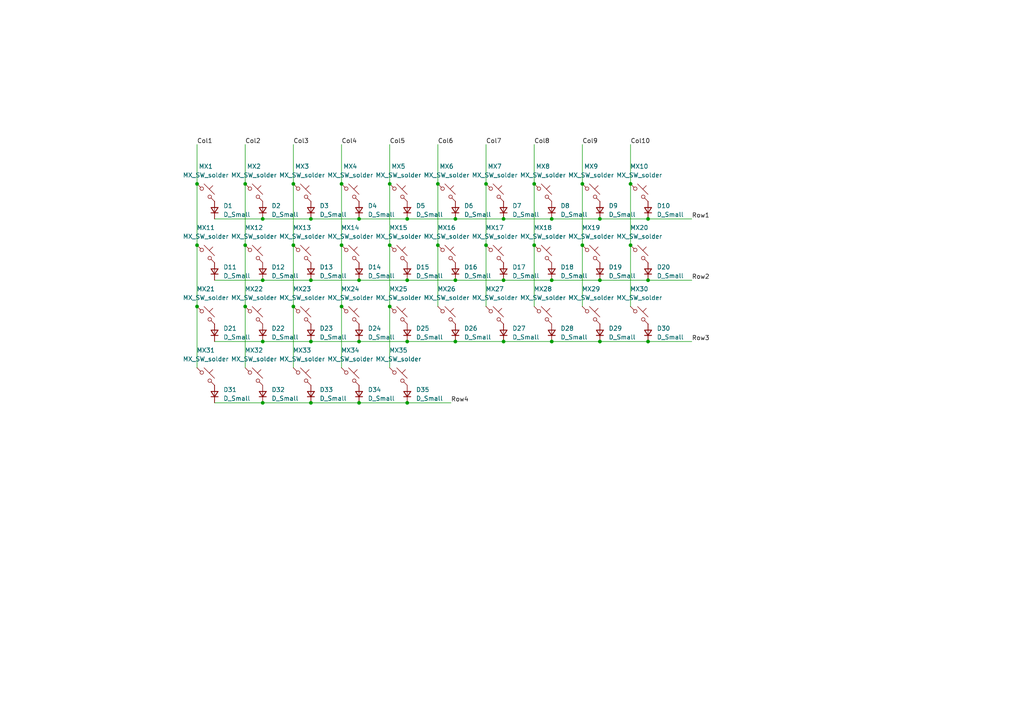
<source format=kicad_sch>
(kicad_sch
	(version 20250114)
	(generator "eeschema")
	(generator_version "9.0")
	(uuid "6eb9d80b-2642-483b-afe2-f3f79289a684")
	(paper "A4")
	(lib_symbols
		(symbol "Device:D_Small"
			(pin_numbers
				(hide yes)
			)
			(pin_names
				(offset 0.254)
				(hide yes)
			)
			(exclude_from_sim no)
			(in_bom yes)
			(on_board yes)
			(property "Reference" "D"
				(at -1.27 2.032 0)
				(effects
					(font
						(size 1.27 1.27)
					)
					(justify left)
				)
			)
			(property "Value" "D_Small"
				(at -3.81 -2.032 0)
				(effects
					(font
						(size 1.27 1.27)
					)
					(justify left)
				)
			)
			(property "Footprint" ""
				(at 0 0 90)
				(effects
					(font
						(size 1.27 1.27)
					)
					(hide yes)
				)
			)
			(property "Datasheet" "~"
				(at 0 0 90)
				(effects
					(font
						(size 1.27 1.27)
					)
					(hide yes)
				)
			)
			(property "Description" "Diode, small symbol"
				(at 0 0 0)
				(effects
					(font
						(size 1.27 1.27)
					)
					(hide yes)
				)
			)
			(property "Sim.Device" "D"
				(at 0 0 0)
				(effects
					(font
						(size 1.27 1.27)
					)
					(hide yes)
				)
			)
			(property "Sim.Pins" "1=K 2=A"
				(at 0 0 0)
				(effects
					(font
						(size 1.27 1.27)
					)
					(hide yes)
				)
			)
			(property "ki_keywords" "diode"
				(at 0 0 0)
				(effects
					(font
						(size 1.27 1.27)
					)
					(hide yes)
				)
			)
			(property "ki_fp_filters" "TO-???* *_Diode_* *SingleDiode* D_*"
				(at 0 0 0)
				(effects
					(font
						(size 1.27 1.27)
					)
					(hide yes)
				)
			)
			(symbol "D_Small_0_1"
				(polyline
					(pts
						(xy -0.762 0) (xy 0.762 0)
					)
					(stroke
						(width 0)
						(type default)
					)
					(fill
						(type none)
					)
				)
				(polyline
					(pts
						(xy -0.762 -1.016) (xy -0.762 1.016)
					)
					(stroke
						(width 0.254)
						(type default)
					)
					(fill
						(type none)
					)
				)
				(polyline
					(pts
						(xy 0.762 -1.016) (xy -0.762 0) (xy 0.762 1.016) (xy 0.762 -1.016)
					)
					(stroke
						(width 0.254)
						(type default)
					)
					(fill
						(type none)
					)
				)
			)
			(symbol "D_Small_1_1"
				(pin passive line
					(at -2.54 0 0)
					(length 1.778)
					(name "K"
						(effects
							(font
								(size 1.27 1.27)
							)
						)
					)
					(number "1"
						(effects
							(font
								(size 1.27 1.27)
							)
						)
					)
				)
				(pin passive line
					(at 2.54 0 180)
					(length 1.778)
					(name "A"
						(effects
							(font
								(size 1.27 1.27)
							)
						)
					)
					(number "2"
						(effects
							(font
								(size 1.27 1.27)
							)
						)
					)
				)
			)
			(embedded_fonts no)
		)
		(symbol "marbastlib-mx:MX_SW_solder"
			(pin_numbers
				(hide yes)
			)
			(pin_names
				(offset 1.016)
				(hide yes)
			)
			(exclude_from_sim no)
			(in_bom yes)
			(on_board yes)
			(property "Reference" "MX"
				(at 3.048 1.016 0)
				(effects
					(font
						(size 1.27 1.27)
					)
					(justify left)
				)
			)
			(property "Value" "MX_SW_solder"
				(at 0 -3.81 0)
				(effects
					(font
						(size 1.27 1.27)
					)
				)
			)
			(property "Footprint" "PCM_marbastlib-mx:SW_MX_1u"
				(at 0 0 0)
				(effects
					(font
						(size 1.27 1.27)
					)
					(hide yes)
				)
			)
			(property "Datasheet" "~"
				(at 0 0 0)
				(effects
					(font
						(size 1.27 1.27)
					)
					(hide yes)
				)
			)
			(property "Description" "Push button switch, normally open, two pins, 45° tilted"
				(at 0 0 0)
				(effects
					(font
						(size 1.27 1.27)
					)
					(hide yes)
				)
			)
			(property "ki_keywords" "switch normally-open pushbutton push-button"
				(at 0 0 0)
				(effects
					(font
						(size 1.27 1.27)
					)
					(hide yes)
				)
			)
			(symbol "MX_SW_solder_0_1"
				(polyline
					(pts
						(xy -2.54 2.54) (xy -1.524 1.524) (xy -1.524 1.524)
					)
					(stroke
						(width 0)
						(type default)
					)
					(fill
						(type none)
					)
				)
				(circle
					(center -1.1684 1.1684)
					(radius 0.508)
					(stroke
						(width 0)
						(type default)
					)
					(fill
						(type none)
					)
				)
				(polyline
					(pts
						(xy -0.508 2.54) (xy 2.54 -0.508)
					)
					(stroke
						(width 0)
						(type default)
					)
					(fill
						(type none)
					)
				)
				(polyline
					(pts
						(xy 1.016 1.016) (xy 2.032 2.032)
					)
					(stroke
						(width 0)
						(type default)
					)
					(fill
						(type none)
					)
				)
				(circle
					(center 1.143 -1.1938)
					(radius 0.508)
					(stroke
						(width 0)
						(type default)
					)
					(fill
						(type none)
					)
				)
				(polyline
					(pts
						(xy 1.524 -1.524) (xy 2.54 -2.54) (xy 2.54 -2.54) (xy 2.54 -2.54)
					)
					(stroke
						(width 0)
						(type default)
					)
					(fill
						(type none)
					)
				)
				(pin passive line
					(at -2.54 2.54 0)
					(length 0)
					(name "1"
						(effects
							(font
								(size 1.27 1.27)
							)
						)
					)
					(number "1"
						(effects
							(font
								(size 1.27 1.27)
							)
						)
					)
				)
				(pin passive line
					(at 2.54 -2.54 180)
					(length 0)
					(name "2"
						(effects
							(font
								(size 1.27 1.27)
							)
						)
					)
					(number "2"
						(effects
							(font
								(size 1.27 1.27)
							)
						)
					)
				)
			)
			(embedded_fonts no)
		)
	)
	(junction
		(at 57.15 71.12)
		(diameter 0)
		(color 0 0 0 0)
		(uuid "011b33e5-2b21-4524-820c-15deb0ec08fd")
	)
	(junction
		(at 140.97 53.34)
		(diameter 0)
		(color 0 0 0 0)
		(uuid "0aecf926-3943-4e0f-8615-8d7460393297")
	)
	(junction
		(at 57.15 88.9)
		(diameter 0)
		(color 0 0 0 0)
		(uuid "11903110-c175-41bf-b154-077c8b11ba55")
	)
	(junction
		(at 90.17 116.84)
		(diameter 0)
		(color 0 0 0 0)
		(uuid "14d197ed-099f-4196-9f1e-350c1538d218")
	)
	(junction
		(at 182.88 71.12)
		(diameter 0)
		(color 0 0 0 0)
		(uuid "1f811ea5-347a-4d11-a14c-819afcf09f5a")
	)
	(junction
		(at 118.11 63.5)
		(diameter 0)
		(color 0 0 0 0)
		(uuid "216770ea-5132-441e-8dc7-bcbbb3ed66ba")
	)
	(junction
		(at 160.02 63.5)
		(diameter 0)
		(color 0 0 0 0)
		(uuid "232c1eb2-a627-43bb-9505-97dd9fc1edcb")
	)
	(junction
		(at 154.94 53.34)
		(diameter 0)
		(color 0 0 0 0)
		(uuid "28d3d86f-8fcf-4266-b01c-ead34b20fd58")
	)
	(junction
		(at 173.99 63.5)
		(diameter 0)
		(color 0 0 0 0)
		(uuid "2912f0cf-0dba-456d-a83b-7cba96e514af")
	)
	(junction
		(at 71.12 71.12)
		(diameter 0)
		(color 0 0 0 0)
		(uuid "2a683366-36f0-449e-ab1b-95b24eadfde0")
	)
	(junction
		(at 187.96 81.28)
		(diameter 0)
		(color 0 0 0 0)
		(uuid "32c19948-2553-44c1-8168-d7129ec6479f")
	)
	(junction
		(at 140.97 71.12)
		(diameter 0)
		(color 0 0 0 0)
		(uuid "400ea9bb-9d0f-4cd7-b06e-e6e979001585")
	)
	(junction
		(at 71.12 53.34)
		(diameter 0)
		(color 0 0 0 0)
		(uuid "431e9430-fd27-415d-9db6-10b68751b8dc")
	)
	(junction
		(at 76.2 81.28)
		(diameter 0)
		(color 0 0 0 0)
		(uuid "434fb4b0-3573-474b-abae-200dff445bef")
	)
	(junction
		(at 182.88 53.34)
		(diameter 0)
		(color 0 0 0 0)
		(uuid "48194b65-6290-4857-add5-d560ab9edc50")
	)
	(junction
		(at 146.05 63.5)
		(diameter 0)
		(color 0 0 0 0)
		(uuid "497428dd-e51d-4626-b2eb-0ff0d770997c")
	)
	(junction
		(at 132.08 99.06)
		(diameter 0)
		(color 0 0 0 0)
		(uuid "4d49cadf-c2cf-4471-b0d3-95a32a380a23")
	)
	(junction
		(at 99.06 71.12)
		(diameter 0)
		(color 0 0 0 0)
		(uuid "4fa65e99-1cd5-42e9-82ea-9863aa8ef3cd")
	)
	(junction
		(at 132.08 63.5)
		(diameter 0)
		(color 0 0 0 0)
		(uuid "52f1e5ec-c8cc-40c1-82e1-85f591abdce9")
	)
	(junction
		(at 104.14 81.28)
		(diameter 0)
		(color 0 0 0 0)
		(uuid "52fd6c5f-a610-48ce-ac13-1cb4c710ec9b")
	)
	(junction
		(at 118.11 116.84)
		(diameter 0)
		(color 0 0 0 0)
		(uuid "60e3b650-4303-44cd-80f2-2d728ac1de5d")
	)
	(junction
		(at 99.06 53.34)
		(diameter 0)
		(color 0 0 0 0)
		(uuid "623f7263-2b7d-4e71-9d9b-178e397ae77b")
	)
	(junction
		(at 154.94 71.12)
		(diameter 0)
		(color 0 0 0 0)
		(uuid "6520dbb8-cbd7-437f-b4b7-10d2b086707c")
	)
	(junction
		(at 85.09 71.12)
		(diameter 0)
		(color 0 0 0 0)
		(uuid "65ccadcf-025a-4f3d-89bc-8fcf57ab59d2")
	)
	(junction
		(at 160.02 99.06)
		(diameter 0)
		(color 0 0 0 0)
		(uuid "6a97d82f-8808-447c-8425-e34013380e1e")
	)
	(junction
		(at 85.09 88.9)
		(diameter 0)
		(color 0 0 0 0)
		(uuid "6eff2968-5d12-4490-b8f8-2a2141c7ac12")
	)
	(junction
		(at 76.2 63.5)
		(diameter 0)
		(color 0 0 0 0)
		(uuid "6f1bf66e-710f-4e23-b3cc-12c829223743")
	)
	(junction
		(at 146.05 99.06)
		(diameter 0)
		(color 0 0 0 0)
		(uuid "73d09ae5-48f9-42e5-a032-78f779135af8")
	)
	(junction
		(at 168.91 71.12)
		(diameter 0)
		(color 0 0 0 0)
		(uuid "7b825b85-9c5e-4d2f-ae17-afa6a9cb0b30")
	)
	(junction
		(at 187.96 63.5)
		(diameter 0)
		(color 0 0 0 0)
		(uuid "7e519ffb-89ad-402e-9f0c-df468c33eb6a")
	)
	(junction
		(at 76.2 99.06)
		(diameter 0)
		(color 0 0 0 0)
		(uuid "89be33bb-9f67-4446-8909-86047c7e76c5")
	)
	(junction
		(at 132.08 81.28)
		(diameter 0)
		(color 0 0 0 0)
		(uuid "93805953-045f-4874-9c4d-bacc5dfc8f8e")
	)
	(junction
		(at 57.15 53.34)
		(diameter 0)
		(color 0 0 0 0)
		(uuid "9621a7b5-bfd3-470a-82b6-ed5c532ea4aa")
	)
	(junction
		(at 76.2 116.84)
		(diameter 0)
		(color 0 0 0 0)
		(uuid "9b40c5fe-9d24-4547-a724-88f03bc77e79")
	)
	(junction
		(at 173.99 81.28)
		(diameter 0)
		(color 0 0 0 0)
		(uuid "9c69cadc-364c-49da-8f42-64d27df18bfb")
	)
	(junction
		(at 113.03 53.34)
		(diameter 0)
		(color 0 0 0 0)
		(uuid "9e2f8056-7f91-4ce3-a515-245b9674e3fc")
	)
	(junction
		(at 168.91 53.34)
		(diameter 0)
		(color 0 0 0 0)
		(uuid "a193ef57-2d3b-4a59-9603-1e70ef5d27d9")
	)
	(junction
		(at 113.03 71.12)
		(diameter 0)
		(color 0 0 0 0)
		(uuid "a1e5866e-5e23-473c-9036-8e7b8d451247")
	)
	(junction
		(at 104.14 99.06)
		(diameter 0)
		(color 0 0 0 0)
		(uuid "b1dd14ec-8836-42b1-8559-a6237cb98b4f")
	)
	(junction
		(at 127 71.12)
		(diameter 0)
		(color 0 0 0 0)
		(uuid "b25f8d31-274f-4873-92f7-c8c530f7c2e3")
	)
	(junction
		(at 173.99 99.06)
		(diameter 0)
		(color 0 0 0 0)
		(uuid "b5d390fb-848b-421f-acb4-2a3063a9aeab")
	)
	(junction
		(at 90.17 81.28)
		(diameter 0)
		(color 0 0 0 0)
		(uuid "b7949c63-44c5-4659-99ab-d7e9c2e78799")
	)
	(junction
		(at 113.03 88.9)
		(diameter 0)
		(color 0 0 0 0)
		(uuid "bac90634-eedc-4787-b854-2071f18ccf09")
	)
	(junction
		(at 118.11 81.28)
		(diameter 0)
		(color 0 0 0 0)
		(uuid "baf4d126-9d6f-4e9f-83a7-2cfd2289f362")
	)
	(junction
		(at 118.11 99.06)
		(diameter 0)
		(color 0 0 0 0)
		(uuid "c583c776-5469-4d64-8b0a-cab203007894")
	)
	(junction
		(at 99.06 88.9)
		(diameter 0)
		(color 0 0 0 0)
		(uuid "c613e01a-6c6c-420c-a2d7-808175c1076c")
	)
	(junction
		(at 71.12 88.9)
		(diameter 0)
		(color 0 0 0 0)
		(uuid "c8ed33fb-f944-4f03-aae0-e421b7e6acf0")
	)
	(junction
		(at 104.14 116.84)
		(diameter 0)
		(color 0 0 0 0)
		(uuid "d22294b8-ba14-4e76-bb9c-a5ae1e0508d6")
	)
	(junction
		(at 90.17 99.06)
		(diameter 0)
		(color 0 0 0 0)
		(uuid "d8a3a3e9-ebdd-448a-b310-258db1383b5b")
	)
	(junction
		(at 160.02 81.28)
		(diameter 0)
		(color 0 0 0 0)
		(uuid "d8ddb4ab-1f92-47d1-afb3-98d9b9c38690")
	)
	(junction
		(at 146.05 81.28)
		(diameter 0)
		(color 0 0 0 0)
		(uuid "e08ac30c-b1e4-4e7b-88cc-e8935e6548c6")
	)
	(junction
		(at 104.14 63.5)
		(diameter 0)
		(color 0 0 0 0)
		(uuid "ea81d53b-72ae-4bed-80f1-cbfa01d71084")
	)
	(junction
		(at 187.96 99.06)
		(diameter 0)
		(color 0 0 0 0)
		(uuid "ecd9a73b-48b4-411d-ac28-394ea4bc8f4e")
	)
	(junction
		(at 90.17 63.5)
		(diameter 0)
		(color 0 0 0 0)
		(uuid "f0d9eceb-ddf8-447e-98b1-69fe37225553")
	)
	(junction
		(at 85.09 53.34)
		(diameter 0)
		(color 0 0 0 0)
		(uuid "f174cb0e-daca-4402-a99c-fd723118e075")
	)
	(junction
		(at 127 53.34)
		(diameter 0)
		(color 0 0 0 0)
		(uuid "fa288ea7-471e-40d3-8b55-d4f2784dc6af")
	)
	(wire
		(pts
			(xy 90.17 99.06) (xy 104.14 99.06)
		)
		(stroke
			(width 0)
			(type default)
		)
		(uuid "0113cc8e-9034-4ce1-aa0d-8c3f4038e6a8")
	)
	(wire
		(pts
			(xy 85.09 71.12) (xy 85.09 88.9)
		)
		(stroke
			(width 0)
			(type default)
		)
		(uuid "016b96a5-82e1-471c-98a4-ea1809a8659d")
	)
	(wire
		(pts
			(xy 127 71.12) (xy 127 88.9)
		)
		(stroke
			(width 0)
			(type default)
		)
		(uuid "053856f1-88bf-4355-9818-69154759e756")
	)
	(wire
		(pts
			(xy 90.17 81.28) (xy 104.14 81.28)
		)
		(stroke
			(width 0)
			(type default)
		)
		(uuid "08221726-9a1f-44cd-af6a-c79775f9c0d0")
	)
	(wire
		(pts
			(xy 113.03 41.91) (xy 113.03 53.34)
		)
		(stroke
			(width 0)
			(type default)
		)
		(uuid "0dff8c5d-d103-4554-834e-683157c9dd90")
	)
	(wire
		(pts
			(xy 187.96 63.5) (xy 200.66 63.5)
		)
		(stroke
			(width 0)
			(type default)
		)
		(uuid "104c674f-62de-44b1-bf2d-bdd856f33318")
	)
	(wire
		(pts
			(xy 104.14 116.84) (xy 118.11 116.84)
		)
		(stroke
			(width 0)
			(type default)
		)
		(uuid "11779f52-1d76-4da1-8016-a80df4be7d1e")
	)
	(wire
		(pts
			(xy 132.08 63.5) (xy 146.05 63.5)
		)
		(stroke
			(width 0)
			(type default)
		)
		(uuid "156798c5-9f1c-44e4-abf1-96501af7a1fb")
	)
	(wire
		(pts
			(xy 146.05 63.5) (xy 160.02 63.5)
		)
		(stroke
			(width 0)
			(type default)
		)
		(uuid "16e38c8b-cb80-4fd0-97bf-fa18c24d063c")
	)
	(wire
		(pts
			(xy 90.17 63.5) (xy 104.14 63.5)
		)
		(stroke
			(width 0)
			(type default)
		)
		(uuid "1e144645-32c5-4596-802e-b1497e86fd1e")
	)
	(wire
		(pts
			(xy 57.15 88.9) (xy 57.15 106.68)
		)
		(stroke
			(width 0)
			(type default)
		)
		(uuid "27010cdf-a3f8-47b3-ad2b-8252960128c9")
	)
	(wire
		(pts
			(xy 99.06 71.12) (xy 99.06 88.9)
		)
		(stroke
			(width 0)
			(type default)
		)
		(uuid "285e5baa-3c2c-4428-a0f3-b0d4398602f3")
	)
	(wire
		(pts
			(xy 71.12 71.12) (xy 71.12 88.9)
		)
		(stroke
			(width 0)
			(type default)
		)
		(uuid "2d019fcc-6976-433d-9190-d63ef4b5e409")
	)
	(wire
		(pts
			(xy 127 53.34) (xy 127 71.12)
		)
		(stroke
			(width 0)
			(type default)
		)
		(uuid "2d59715a-f28a-4717-adee-b7df6db15698")
	)
	(wire
		(pts
			(xy 99.06 88.9) (xy 99.06 106.68)
		)
		(stroke
			(width 0)
			(type default)
		)
		(uuid "334a4ac4-8557-4eb2-98ce-f9ba6706cc7f")
	)
	(wire
		(pts
			(xy 85.09 41.91) (xy 85.09 53.34)
		)
		(stroke
			(width 0)
			(type default)
		)
		(uuid "33b35df3-bc79-471b-a114-de8c28e04aee")
	)
	(wire
		(pts
			(xy 71.12 88.9) (xy 71.12 106.68)
		)
		(stroke
			(width 0)
			(type default)
		)
		(uuid "34f1711c-a42e-4448-beea-2b4ce4a04090")
	)
	(wire
		(pts
			(xy 118.11 116.84) (xy 130.81 116.84)
		)
		(stroke
			(width 0)
			(type default)
		)
		(uuid "3e9c5e4b-683c-400a-aade-a19e444398be")
	)
	(wire
		(pts
			(xy 187.96 81.28) (xy 200.66 81.28)
		)
		(stroke
			(width 0)
			(type default)
		)
		(uuid "3ebe7d7c-b96f-4aef-af84-bc8d3e5bd231")
	)
	(wire
		(pts
			(xy 76.2 81.28) (xy 90.17 81.28)
		)
		(stroke
			(width 0)
			(type default)
		)
		(uuid "3f6dcb2f-f51d-4706-8a39-2afc5629b198")
	)
	(wire
		(pts
			(xy 76.2 99.06) (xy 90.17 99.06)
		)
		(stroke
			(width 0)
			(type default)
		)
		(uuid "4213cfed-1f37-4635-a39b-90b7023e69cd")
	)
	(wire
		(pts
			(xy 104.14 99.06) (xy 118.11 99.06)
		)
		(stroke
			(width 0)
			(type default)
		)
		(uuid "43faec58-b0bc-4238-b8d4-d63ed7907c17")
	)
	(wire
		(pts
			(xy 160.02 63.5) (xy 173.99 63.5)
		)
		(stroke
			(width 0)
			(type default)
		)
		(uuid "4411b3fe-8345-442f-8a43-44334e4e1770")
	)
	(wire
		(pts
			(xy 85.09 53.34) (xy 85.09 71.12)
		)
		(stroke
			(width 0)
			(type default)
		)
		(uuid "4873a18e-ece2-4cfa-a6ba-76d96dc30e21")
	)
	(wire
		(pts
			(xy 146.05 81.28) (xy 160.02 81.28)
		)
		(stroke
			(width 0)
			(type default)
		)
		(uuid "4ed52968-6400-49c4-ba76-33dd938a91dc")
	)
	(wire
		(pts
			(xy 154.94 41.91) (xy 154.94 53.34)
		)
		(stroke
			(width 0)
			(type default)
		)
		(uuid "542c61c7-68b2-40b2-9399-b3fb3fb0ce53")
	)
	(wire
		(pts
			(xy 76.2 116.84) (xy 90.17 116.84)
		)
		(stroke
			(width 0)
			(type default)
		)
		(uuid "54d0b8b4-91f2-4286-bc5d-ccb8c69071ce")
	)
	(wire
		(pts
			(xy 62.23 63.5) (xy 76.2 63.5)
		)
		(stroke
			(width 0)
			(type default)
		)
		(uuid "63861b46-d15d-44d2-a21e-ae899ce8a19b")
	)
	(wire
		(pts
			(xy 146.05 99.06) (xy 160.02 99.06)
		)
		(stroke
			(width 0)
			(type default)
		)
		(uuid "66a7e281-7434-4b9a-bde4-b76e3e988952")
	)
	(wire
		(pts
			(xy 104.14 81.28) (xy 118.11 81.28)
		)
		(stroke
			(width 0)
			(type default)
		)
		(uuid "6781e34c-d890-4c8f-a556-21f6b77c8b0b")
	)
	(wire
		(pts
			(xy 90.17 116.84) (xy 104.14 116.84)
		)
		(stroke
			(width 0)
			(type default)
		)
		(uuid "6ce4cd5d-6398-4338-8615-8a322c6d258d")
	)
	(wire
		(pts
			(xy 140.97 41.91) (xy 140.97 53.34)
		)
		(stroke
			(width 0)
			(type default)
		)
		(uuid "6d57cb74-b8d5-4cd9-aa87-c5d2c384ce09")
	)
	(wire
		(pts
			(xy 132.08 81.28) (xy 146.05 81.28)
		)
		(stroke
			(width 0)
			(type default)
		)
		(uuid "703d7942-cfd1-4b40-87c3-56cc24bc57a3")
	)
	(wire
		(pts
			(xy 160.02 81.28) (xy 173.99 81.28)
		)
		(stroke
			(width 0)
			(type default)
		)
		(uuid "739b70c1-b2d5-42c1-9605-c5142034a733")
	)
	(wire
		(pts
			(xy 168.91 71.12) (xy 168.91 88.9)
		)
		(stroke
			(width 0)
			(type default)
		)
		(uuid "7e5bb81f-929c-4f7a-b029-831d4d5e6043")
	)
	(wire
		(pts
			(xy 99.06 53.34) (xy 99.06 71.12)
		)
		(stroke
			(width 0)
			(type default)
		)
		(uuid "8446b560-a2fd-43e2-bee8-e35119dc104c")
	)
	(wire
		(pts
			(xy 173.99 81.28) (xy 187.96 81.28)
		)
		(stroke
			(width 0)
			(type default)
		)
		(uuid "8681ee30-4aea-4a79-b327-d771a5a0e8d5")
	)
	(wire
		(pts
			(xy 173.99 99.06) (xy 187.96 99.06)
		)
		(stroke
			(width 0)
			(type default)
		)
		(uuid "88f3d9ab-1288-4ca5-990d-7d0cfe08df29")
	)
	(wire
		(pts
			(xy 71.12 53.34) (xy 71.12 71.12)
		)
		(stroke
			(width 0)
			(type default)
		)
		(uuid "892ac838-0cad-4d3f-b616-f304d95283e1")
	)
	(wire
		(pts
			(xy 62.23 116.84) (xy 76.2 116.84)
		)
		(stroke
			(width 0)
			(type default)
		)
		(uuid "89896298-b069-404d-9f26-3f925d22bbbd")
	)
	(wire
		(pts
			(xy 118.11 63.5) (xy 132.08 63.5)
		)
		(stroke
			(width 0)
			(type default)
		)
		(uuid "8ea23756-c831-4b26-adaf-8bbb27f35502")
	)
	(wire
		(pts
			(xy 140.97 53.34) (xy 140.97 71.12)
		)
		(stroke
			(width 0)
			(type default)
		)
		(uuid "8f1c1b75-2204-4a3c-82c0-63e44cc60b04")
	)
	(wire
		(pts
			(xy 71.12 41.91) (xy 71.12 53.34)
		)
		(stroke
			(width 0)
			(type default)
		)
		(uuid "95862884-d8ee-45d8-80d2-d84de55b2f21")
	)
	(wire
		(pts
			(xy 187.96 99.06) (xy 200.66 99.06)
		)
		(stroke
			(width 0)
			(type default)
		)
		(uuid "96cf6c20-6d4b-4265-b2b2-9bf539fd39dd")
	)
	(wire
		(pts
			(xy 57.15 53.34) (xy 57.15 71.12)
		)
		(stroke
			(width 0)
			(type default)
		)
		(uuid "986a7e7a-0544-48e7-bb31-c89ceab61e45")
	)
	(wire
		(pts
			(xy 182.88 71.12) (xy 182.88 88.9)
		)
		(stroke
			(width 0)
			(type default)
		)
		(uuid "9bc218c5-1c61-45c8-baed-3c024f976a55")
	)
	(wire
		(pts
			(xy 76.2 63.5) (xy 90.17 63.5)
		)
		(stroke
			(width 0)
			(type default)
		)
		(uuid "a241b3a3-3ac5-4ce3-8c01-98a245bf0d2b")
	)
	(wire
		(pts
			(xy 154.94 53.34) (xy 154.94 71.12)
		)
		(stroke
			(width 0)
			(type default)
		)
		(uuid "a29b1749-dbb8-4bd9-8fdc-8ab68bed3508")
	)
	(wire
		(pts
			(xy 62.23 99.06) (xy 76.2 99.06)
		)
		(stroke
			(width 0)
			(type default)
		)
		(uuid "a663ab6f-599b-4b0a-a116-d19e8f64dfb3")
	)
	(wire
		(pts
			(xy 127 41.91) (xy 127 53.34)
		)
		(stroke
			(width 0)
			(type default)
		)
		(uuid "ab7de31d-f937-4043-a8c7-cbd962e04f66")
	)
	(wire
		(pts
			(xy 132.08 99.06) (xy 146.05 99.06)
		)
		(stroke
			(width 0)
			(type default)
		)
		(uuid "ac0440fb-27bd-45e5-9f7d-64ba0ffca04c")
	)
	(wire
		(pts
			(xy 99.06 41.91) (xy 99.06 53.34)
		)
		(stroke
			(width 0)
			(type default)
		)
		(uuid "b9a7d97a-e257-4bef-906c-f3733a99021c")
	)
	(wire
		(pts
			(xy 154.94 71.12) (xy 154.94 88.9)
		)
		(stroke
			(width 0)
			(type default)
		)
		(uuid "c044f6b6-0617-4381-b851-cfc31a6ba06b")
	)
	(wire
		(pts
			(xy 113.03 71.12) (xy 113.03 88.9)
		)
		(stroke
			(width 0)
			(type default)
		)
		(uuid "c05ec217-1347-4f0c-a7cd-a0f75cd128f8")
	)
	(wire
		(pts
			(xy 182.88 53.34) (xy 182.88 71.12)
		)
		(stroke
			(width 0)
			(type default)
		)
		(uuid "c09a0c79-1552-4cd2-b8c2-3cd50b405525")
	)
	(wire
		(pts
			(xy 85.09 88.9) (xy 85.09 106.68)
		)
		(stroke
			(width 0)
			(type default)
		)
		(uuid "c1613297-8584-4b93-8ffb-4cdaf54f44d1")
	)
	(wire
		(pts
			(xy 168.91 41.91) (xy 168.91 53.34)
		)
		(stroke
			(width 0)
			(type default)
		)
		(uuid "c8dd4a4f-cd7b-4193-bbe3-17dabc021187")
	)
	(wire
		(pts
			(xy 57.15 41.91) (xy 57.15 53.34)
		)
		(stroke
			(width 0)
			(type default)
		)
		(uuid "cc439dc2-c749-404f-9277-3679755daddc")
	)
	(wire
		(pts
			(xy 113.03 53.34) (xy 113.03 71.12)
		)
		(stroke
			(width 0)
			(type default)
		)
		(uuid "cebc0950-8df9-4b2f-94ac-28630ec40f0d")
	)
	(wire
		(pts
			(xy 57.15 71.12) (xy 57.15 88.9)
		)
		(stroke
			(width 0)
			(type default)
		)
		(uuid "cf0ea1d4-db86-4ca6-b602-777855ed056b")
	)
	(wire
		(pts
			(xy 104.14 63.5) (xy 118.11 63.5)
		)
		(stroke
			(width 0)
			(type default)
		)
		(uuid "d72412db-2cb9-481b-bb1f-216420087511")
	)
	(wire
		(pts
			(xy 113.03 88.9) (xy 113.03 106.68)
		)
		(stroke
			(width 0)
			(type default)
		)
		(uuid "e17aff7d-27ed-4e15-9c77-01e1b68f0729")
	)
	(wire
		(pts
			(xy 118.11 81.28) (xy 132.08 81.28)
		)
		(stroke
			(width 0)
			(type default)
		)
		(uuid "e331a8cf-8aea-447f-aa3f-4837972ac4f7")
	)
	(wire
		(pts
			(xy 168.91 53.34) (xy 168.91 71.12)
		)
		(stroke
			(width 0)
			(type default)
		)
		(uuid "e703e05c-899e-4aad-b0c9-0e3a739b51e8")
	)
	(wire
		(pts
			(xy 182.88 41.91) (xy 182.88 53.34)
		)
		(stroke
			(width 0)
			(type default)
		)
		(uuid "ef1e1481-b2ff-493a-ae39-9685890d0006")
	)
	(wire
		(pts
			(xy 118.11 99.06) (xy 132.08 99.06)
		)
		(stroke
			(width 0)
			(type default)
		)
		(uuid "f180a09e-3b08-433d-9a7c-387d5c98629a")
	)
	(wire
		(pts
			(xy 160.02 99.06) (xy 173.99 99.06)
		)
		(stroke
			(width 0)
			(type default)
		)
		(uuid "f5bbf29d-a9aa-4f91-ac82-e4902c40ed53")
	)
	(wire
		(pts
			(xy 140.97 71.12) (xy 140.97 88.9)
		)
		(stroke
			(width 0)
			(type default)
		)
		(uuid "f5fad9f4-d38f-4b3a-a3a8-5178fc194ed2")
	)
	(wire
		(pts
			(xy 173.99 63.5) (xy 187.96 63.5)
		)
		(stroke
			(width 0)
			(type default)
		)
		(uuid "f92808cc-91a8-4145-a124-985ae1881e50")
	)
	(wire
		(pts
			(xy 62.23 81.28) (xy 76.2 81.28)
		)
		(stroke
			(width 0)
			(type default)
		)
		(uuid "fb5891fc-64c6-4d36-8cd0-be053f652415")
	)
	(label "Row3"
		(at 200.66 99.06 0)
		(effects
			(font
				(size 1.27 1.27)
			)
			(justify left bottom)
		)
		(uuid "02d435c5-5ebe-48a0-9341-dd7d7b710081")
	)
	(label "Row4"
		(at 130.81 116.84 0)
		(effects
			(font
				(size 1.27 1.27)
			)
			(justify left bottom)
		)
		(uuid "0db2ccf9-c3da-4820-844f-0b3e4640d3f2")
	)
	(label "Col3"
		(at 85.09 41.91 0)
		(effects
			(font
				(size 1.27 1.27)
			)
			(justify left bottom)
		)
		(uuid "124dcb86-383b-4159-9dda-6b1196eab3d5")
	)
	(label "Col2"
		(at 71.12 41.91 0)
		(effects
			(font
				(size 1.27 1.27)
			)
			(justify left bottom)
		)
		(uuid "191af494-8b45-4b5b-8a94-5d77682fa7c2")
	)
	(label "Col8"
		(at 154.94 41.91 0)
		(effects
			(font
				(size 1.27 1.27)
			)
			(justify left bottom)
		)
		(uuid "27142c4d-99bd-432f-b149-79f399a632d1")
	)
	(label "Col7"
		(at 140.97 41.91 0)
		(effects
			(font
				(size 1.27 1.27)
			)
			(justify left bottom)
		)
		(uuid "3ad4a2cd-00fb-427c-ae87-d5e5c2edcc1d")
	)
	(label "Col9"
		(at 168.91 41.91 0)
		(effects
			(font
				(size 1.27 1.27)
			)
			(justify left bottom)
		)
		(uuid "494dec7d-f8db-4c57-9f1e-a7f10887c3f4")
	)
	(label "Row2"
		(at 200.66 81.28 0)
		(effects
			(font
				(size 1.27 1.27)
			)
			(justify left bottom)
		)
		(uuid "509139b2-b73e-416e-9d3b-4fe2283fa417")
	)
	(label "Col10"
		(at 182.88 41.91 0)
		(effects
			(font
				(size 1.27 1.27)
			)
			(justify left bottom)
		)
		(uuid "5d09cc8d-4c23-4045-973a-19b296dbfb17")
	)
	(label "Col6"
		(at 127 41.91 0)
		(effects
			(font
				(size 1.27 1.27)
			)
			(justify left bottom)
		)
		(uuid "6ffd7b11-70c9-47da-9e7b-d12c7a15fd78")
	)
	(label "Row1"
		(at 200.66 63.5 0)
		(effects
			(font
				(size 1.27 1.27)
			)
			(justify left bottom)
		)
		(uuid "7b5fccc0-f823-4a05-8bee-2dd1cdd065a5")
	)
	(label "Col1"
		(at 57.15 41.91 0)
		(effects
			(font
				(size 1.27 1.27)
			)
			(justify left bottom)
		)
		(uuid "84ed2db3-48e6-4e35-9f72-f2db981a0409")
	)
	(label "Col5"
		(at 113.03 41.91 0)
		(effects
			(font
				(size 1.27 1.27)
			)
			(justify left bottom)
		)
		(uuid "9b9421ad-cdcc-4136-ade0-5290ed89502a")
	)
	(label "Col4"
		(at 99.06 41.91 0)
		(effects
			(font
				(size 1.27 1.27)
			)
			(justify left bottom)
		)
		(uuid "d5f65f2b-ed60-4eb3-a6dd-50d0c3f049ac")
	)
	(symbol
		(lib_id "marbastlib-mx:MX_SW_solder")
		(at 73.66 55.88 0)
		(unit 1)
		(exclude_from_sim no)
		(in_bom yes)
		(on_board yes)
		(dnp no)
		(fields_autoplaced yes)
		(uuid "044ff73b-c2cb-4bf7-8d3b-0cee4940281e")
		(property "Reference" "MX2"
			(at 73.66 48.26 0)
			(effects
				(font
					(size 1.27 1.27)
				)
			)
		)
		(property "Value" "MX_SW_solder"
			(at 73.66 50.8 0)
			(effects
				(font
					(size 1.27 1.27)
				)
			)
		)
		(property "Footprint" "PCM_Switch_Keyboard_Cherry_MX:SW_Cherry_MX_Plate_1.00u"
			(at 73.66 55.88 0)
			(effects
				(font
					(size 1.27 1.27)
				)
				(hide yes)
			)
		)
		(property "Datasheet" "~"
			(at 73.66 55.88 0)
			(effects
				(font
					(size 1.27 1.27)
				)
				(hide yes)
			)
		)
		(property "Description" "Push button switch, normally open, two pins, 45° tilted"
			(at 73.66 55.88 0)
			(effects
				(font
					(size 1.27 1.27)
				)
				(hide yes)
			)
		)
		(pin "1"
			(uuid "0e1cb86f-f505-4b6b-a66a-2e7c3017401d")
		)
		(pin "2"
			(uuid "3ccd5a3a-6923-43b3-bbdb-e98ee10a6005")
		)
		(instances
			(project "qabkb"
				(path "/6eb9d80b-2642-483b-afe2-f3f79289a684"
					(reference "MX2")
					(unit 1)
				)
			)
		)
	)
	(symbol
		(lib_id "Device:D_Small")
		(at 187.96 96.52 90)
		(unit 1)
		(exclude_from_sim no)
		(in_bom yes)
		(on_board yes)
		(dnp no)
		(fields_autoplaced yes)
		(uuid "0aa4c5d9-0051-4c14-b01f-19417f0ff9d7")
		(property "Reference" "D30"
			(at 190.5 95.2499 90)
			(effects
				(font
					(size 1.27 1.27)
				)
				(justify right)
			)
		)
		(property "Value" "D_Small"
			(at 190.5 97.7899 90)
			(effects
				(font
					(size 1.27 1.27)
				)
				(justify right)
			)
		)
		(property "Footprint" ""
			(at 187.96 96.52 90)
			(effects
				(font
					(size 1.27 1.27)
				)
				(hide yes)
			)
		)
		(property "Datasheet" "~"
			(at 187.96 96.52 90)
			(effects
				(font
					(size 1.27 1.27)
				)
				(hide yes)
			)
		)
		(property "Description" "Diode, small symbol"
			(at 187.96 96.52 0)
			(effects
				(font
					(size 1.27 1.27)
				)
				(hide yes)
			)
		)
		(property "Sim.Device" "D"
			(at 187.96 96.52 0)
			(effects
				(font
					(size 1.27 1.27)
				)
				(hide yes)
			)
		)
		(property "Sim.Pins" "1=K 2=A"
			(at 187.96 96.52 0)
			(effects
				(font
					(size 1.27 1.27)
				)
				(hide yes)
			)
		)
		(pin "2"
			(uuid "e94f48bd-b17f-4438-ac45-fb00d3d6602e")
		)
		(pin "1"
			(uuid "5e2574ab-29d4-42eb-ae37-1f2a16a51511")
		)
		(instances
			(project "qabkb"
				(path "/6eb9d80b-2642-483b-afe2-f3f79289a684"
					(reference "D30")
					(unit 1)
				)
			)
		)
	)
	(symbol
		(lib_id "Device:D_Small")
		(at 62.23 60.96 90)
		(unit 1)
		(exclude_from_sim no)
		(in_bom yes)
		(on_board yes)
		(dnp no)
		(fields_autoplaced yes)
		(uuid "0b6c8da8-899d-42ef-aa4e-c8fd3ec02c69")
		(property "Reference" "D1"
			(at 64.77 59.6899 90)
			(effects
				(font
					(size 1.27 1.27)
				)
				(justify right)
			)
		)
		(property "Value" "D_Small"
			(at 64.77 62.2299 90)
			(effects
				(font
					(size 1.27 1.27)
				)
				(justify right)
			)
		)
		(property "Footprint" ""
			(at 62.23 60.96 90)
			(effects
				(font
					(size 1.27 1.27)
				)
				(hide yes)
			)
		)
		(property "Datasheet" "~"
			(at 62.23 60.96 90)
			(effects
				(font
					(size 1.27 1.27)
				)
				(hide yes)
			)
		)
		(property "Description" "Diode, small symbol"
			(at 62.23 60.96 0)
			(effects
				(font
					(size 1.27 1.27)
				)
				(hide yes)
			)
		)
		(property "Sim.Device" "D"
			(at 62.23 60.96 0)
			(effects
				(font
					(size 1.27 1.27)
				)
				(hide yes)
			)
		)
		(property "Sim.Pins" "1=K 2=A"
			(at 62.23 60.96 0)
			(effects
				(font
					(size 1.27 1.27)
				)
				(hide yes)
			)
		)
		(pin "2"
			(uuid "45db26f0-d93a-431a-bd82-7762fa694590")
		)
		(pin "1"
			(uuid "7b0d755b-fbc2-4a14-9aa1-a9148f989541")
		)
		(instances
			(project ""
				(path "/6eb9d80b-2642-483b-afe2-f3f79289a684"
					(reference "D1")
					(unit 1)
				)
			)
		)
	)
	(symbol
		(lib_id "Device:D_Small")
		(at 90.17 78.74 90)
		(unit 1)
		(exclude_from_sim no)
		(in_bom yes)
		(on_board yes)
		(dnp no)
		(fields_autoplaced yes)
		(uuid "0caef9de-9970-4a90-838b-270fcedfb906")
		(property "Reference" "D13"
			(at 92.71 77.4699 90)
			(effects
				(font
					(size 1.27 1.27)
				)
				(justify right)
			)
		)
		(property "Value" "D_Small"
			(at 92.71 80.0099 90)
			(effects
				(font
					(size 1.27 1.27)
				)
				(justify right)
			)
		)
		(property "Footprint" ""
			(at 90.17 78.74 90)
			(effects
				(font
					(size 1.27 1.27)
				)
				(hide yes)
			)
		)
		(property "Datasheet" "~"
			(at 90.17 78.74 90)
			(effects
				(font
					(size 1.27 1.27)
				)
				(hide yes)
			)
		)
		(property "Description" "Diode, small symbol"
			(at 90.17 78.74 0)
			(effects
				(font
					(size 1.27 1.27)
				)
				(hide yes)
			)
		)
		(property "Sim.Device" "D"
			(at 90.17 78.74 0)
			(effects
				(font
					(size 1.27 1.27)
				)
				(hide yes)
			)
		)
		(property "Sim.Pins" "1=K 2=A"
			(at 90.17 78.74 0)
			(effects
				(font
					(size 1.27 1.27)
				)
				(hide yes)
			)
		)
		(pin "2"
			(uuid "97e61816-d880-4c4f-a9f4-e0a89bb25742")
		)
		(pin "1"
			(uuid "835accbc-b38e-44cf-a0fd-0a43878fbb5c")
		)
		(instances
			(project "qabkb"
				(path "/6eb9d80b-2642-483b-afe2-f3f79289a684"
					(reference "D13")
					(unit 1)
				)
			)
		)
	)
	(symbol
		(lib_id "marbastlib-mx:MX_SW_solder")
		(at 101.6 73.66 0)
		(unit 1)
		(exclude_from_sim no)
		(in_bom yes)
		(on_board yes)
		(dnp no)
		(fields_autoplaced yes)
		(uuid "10672209-34c0-4f17-811b-e5f2865a38cb")
		(property "Reference" "MX14"
			(at 101.6 66.04 0)
			(effects
				(font
					(size 1.27 1.27)
				)
			)
		)
		(property "Value" "MX_SW_solder"
			(at 101.6 68.58 0)
			(effects
				(font
					(size 1.27 1.27)
				)
			)
		)
		(property "Footprint" "PCM_Switch_Keyboard_Cherry_MX:SW_Cherry_MX_Plate_1.00u"
			(at 101.6 73.66 0)
			(effects
				(font
					(size 1.27 1.27)
				)
				(hide yes)
			)
		)
		(property "Datasheet" "~"
			(at 101.6 73.66 0)
			(effects
				(font
					(size 1.27 1.27)
				)
				(hide yes)
			)
		)
		(property "Description" "Push button switch, normally open, two pins, 45° tilted"
			(at 101.6 73.66 0)
			(effects
				(font
					(size 1.27 1.27)
				)
				(hide yes)
			)
		)
		(pin "1"
			(uuid "89f364d3-0ba1-40e2-b70c-2c98a3680ba4")
		)
		(pin "2"
			(uuid "69b5c7e4-fa5a-4893-ab24-b1a0e6eb4386")
		)
		(instances
			(project "qabkb"
				(path "/6eb9d80b-2642-483b-afe2-f3f79289a684"
					(reference "MX14")
					(unit 1)
				)
			)
		)
	)
	(symbol
		(lib_id "marbastlib-mx:MX_SW_solder")
		(at 185.42 55.88 0)
		(unit 1)
		(exclude_from_sim no)
		(in_bom yes)
		(on_board yes)
		(dnp no)
		(fields_autoplaced yes)
		(uuid "112ea99c-ea6f-48ad-b827-bf9966566cd7")
		(property "Reference" "MX10"
			(at 185.42 48.26 0)
			(effects
				(font
					(size 1.27 1.27)
				)
			)
		)
		(property "Value" "MX_SW_solder"
			(at 185.42 50.8 0)
			(effects
				(font
					(size 1.27 1.27)
				)
			)
		)
		(property "Footprint" "PCM_Switch_Keyboard_Cherry_MX:SW_Cherry_MX_Plate_1.75u"
			(at 185.42 55.88 0)
			(effects
				(font
					(size 1.27 1.27)
				)
				(hide yes)
			)
		)
		(property "Datasheet" "~"
			(at 185.42 55.88 0)
			(effects
				(font
					(size 1.27 1.27)
				)
				(hide yes)
			)
		)
		(property "Description" "Push button switch, normally open, two pins, 45° tilted"
			(at 185.42 55.88 0)
			(effects
				(font
					(size 1.27 1.27)
				)
				(hide yes)
			)
		)
		(pin "1"
			(uuid "507f0313-b551-455a-ac2d-600588a4b598")
		)
		(pin "2"
			(uuid "6562e12a-7d52-422c-bdf7-f9d8c8e0b971")
		)
		(instances
			(project "qabkb"
				(path "/6eb9d80b-2642-483b-afe2-f3f79289a684"
					(reference "MX10")
					(unit 1)
				)
			)
		)
	)
	(symbol
		(lib_id "marbastlib-mx:MX_SW_solder")
		(at 73.66 91.44 0)
		(unit 1)
		(exclude_from_sim no)
		(in_bom yes)
		(on_board yes)
		(dnp no)
		(fields_autoplaced yes)
		(uuid "15a7c956-9877-4a2a-865d-9573e153d70f")
		(property "Reference" "MX22"
			(at 73.66 83.82 0)
			(effects
				(font
					(size 1.27 1.27)
				)
			)
		)
		(property "Value" "MX_SW_solder"
			(at 73.66 86.36 0)
			(effects
				(font
					(size 1.27 1.27)
				)
			)
		)
		(property "Footprint" "PCM_Switch_Keyboard_Cherry_MX:SW_Cherry_MX_Plate_1.00u"
			(at 73.66 91.44 0)
			(effects
				(font
					(size 1.27 1.27)
				)
				(hide yes)
			)
		)
		(property "Datasheet" "~"
			(at 73.66 91.44 0)
			(effects
				(font
					(size 1.27 1.27)
				)
				(hide yes)
			)
		)
		(property "Description" "Push button switch, normally open, two pins, 45° tilted"
			(at 73.66 91.44 0)
			(effects
				(font
					(size 1.27 1.27)
				)
				(hide yes)
			)
		)
		(pin "1"
			(uuid "c518c0c0-5316-4711-983e-95f1b15174e7")
		)
		(pin "2"
			(uuid "ba3b71f5-229b-4dcd-9405-ddf81563dca8")
		)
		(instances
			(project "qabkb"
				(path "/6eb9d80b-2642-483b-afe2-f3f79289a684"
					(reference "MX22")
					(unit 1)
				)
			)
		)
	)
	(symbol
		(lib_id "marbastlib-mx:MX_SW_solder")
		(at 129.54 73.66 0)
		(unit 1)
		(exclude_from_sim no)
		(in_bom yes)
		(on_board yes)
		(dnp no)
		(fields_autoplaced yes)
		(uuid "17195e21-f77f-4f37-b9bb-bf2a4d7269f9")
		(property "Reference" "MX16"
			(at 129.54 66.04 0)
			(effects
				(font
					(size 1.27 1.27)
				)
			)
		)
		(property "Value" "MX_SW_solder"
			(at 129.54 68.58 0)
			(effects
				(font
					(size 1.27 1.27)
				)
			)
		)
		(property "Footprint" "PCM_Switch_Keyboard_Cherry_MX:SW_Cherry_MX_Plate_1.00u"
			(at 129.54 73.66 0)
			(effects
				(font
					(size 1.27 1.27)
				)
				(hide yes)
			)
		)
		(property "Datasheet" "~"
			(at 129.54 73.66 0)
			(effects
				(font
					(size 1.27 1.27)
				)
				(hide yes)
			)
		)
		(property "Description" "Push button switch, normally open, two pins, 45° tilted"
			(at 129.54 73.66 0)
			(effects
				(font
					(size 1.27 1.27)
				)
				(hide yes)
			)
		)
		(pin "1"
			(uuid "b5a2741e-7275-487f-b54c-9b44a3cc51f3")
		)
		(pin "2"
			(uuid "be847f54-5a7a-4aac-b9c0-26cfce199622")
		)
		(instances
			(project "qabkb"
				(path "/6eb9d80b-2642-483b-afe2-f3f79289a684"
					(reference "MX16")
					(unit 1)
				)
			)
		)
	)
	(symbol
		(lib_id "marbastlib-mx:MX_SW_solder")
		(at 157.48 55.88 0)
		(unit 1)
		(exclude_from_sim no)
		(in_bom yes)
		(on_board yes)
		(dnp no)
		(fields_autoplaced yes)
		(uuid "2163d0fe-9260-4366-9c2c-a0a8f541a641")
		(property "Reference" "MX8"
			(at 157.48 48.26 0)
			(effects
				(font
					(size 1.27 1.27)
				)
			)
		)
		(property "Value" "MX_SW_solder"
			(at 157.48 50.8 0)
			(effects
				(font
					(size 1.27 1.27)
				)
			)
		)
		(property "Footprint" "PCM_Switch_Keyboard_Cherry_MX:SW_Cherry_MX_Plate_1.00u"
			(at 157.48 55.88 0)
			(effects
				(font
					(size 1.27 1.27)
				)
				(hide yes)
			)
		)
		(property "Datasheet" "~"
			(at 157.48 55.88 0)
			(effects
				(font
					(size 1.27 1.27)
				)
				(hide yes)
			)
		)
		(property "Description" "Push button switch, normally open, two pins, 45° tilted"
			(at 157.48 55.88 0)
			(effects
				(font
					(size 1.27 1.27)
				)
				(hide yes)
			)
		)
		(pin "1"
			(uuid "cbbfbf47-1f92-4e84-976d-90d68f3f17f0")
		)
		(pin "2"
			(uuid "e905402c-6b2e-4a51-870d-35c2095b3fd9")
		)
		(instances
			(project "qabkb"
				(path "/6eb9d80b-2642-483b-afe2-f3f79289a684"
					(reference "MX8")
					(unit 1)
				)
			)
		)
	)
	(symbol
		(lib_id "Device:D_Small")
		(at 76.2 96.52 90)
		(unit 1)
		(exclude_from_sim no)
		(in_bom yes)
		(on_board yes)
		(dnp no)
		(fields_autoplaced yes)
		(uuid "24ca6f82-2e3a-4c4b-8f6b-0e77df5146ef")
		(property "Reference" "D22"
			(at 78.74 95.2499 90)
			(effects
				(font
					(size 1.27 1.27)
				)
				(justify right)
			)
		)
		(property "Value" "D_Small"
			(at 78.74 97.7899 90)
			(effects
				(font
					(size 1.27 1.27)
				)
				(justify right)
			)
		)
		(property "Footprint" ""
			(at 76.2 96.52 90)
			(effects
				(font
					(size 1.27 1.27)
				)
				(hide yes)
			)
		)
		(property "Datasheet" "~"
			(at 76.2 96.52 90)
			(effects
				(font
					(size 1.27 1.27)
				)
				(hide yes)
			)
		)
		(property "Description" "Diode, small symbol"
			(at 76.2 96.52 0)
			(effects
				(font
					(size 1.27 1.27)
				)
				(hide yes)
			)
		)
		(property "Sim.Device" "D"
			(at 76.2 96.52 0)
			(effects
				(font
					(size 1.27 1.27)
				)
				(hide yes)
			)
		)
		(property "Sim.Pins" "1=K 2=A"
			(at 76.2 96.52 0)
			(effects
				(font
					(size 1.27 1.27)
				)
				(hide yes)
			)
		)
		(pin "2"
			(uuid "78bae915-7c34-4891-bd5b-6cd1cbc6aafd")
		)
		(pin "1"
			(uuid "34867544-70c3-440e-92b2-7e9c6182c2b5")
		)
		(instances
			(project "qabkb"
				(path "/6eb9d80b-2642-483b-afe2-f3f79289a684"
					(reference "D22")
					(unit 1)
				)
			)
		)
	)
	(symbol
		(lib_id "Device:D_Small")
		(at 90.17 114.3 90)
		(unit 1)
		(exclude_from_sim no)
		(in_bom yes)
		(on_board yes)
		(dnp no)
		(fields_autoplaced yes)
		(uuid "256cb06b-d263-4fba-938e-902058c11b07")
		(property "Reference" "D33"
			(at 92.71 113.0299 90)
			(effects
				(font
					(size 1.27 1.27)
				)
				(justify right)
			)
		)
		(property "Value" "D_Small"
			(at 92.71 115.5699 90)
			(effects
				(font
					(size 1.27 1.27)
				)
				(justify right)
			)
		)
		(property "Footprint" ""
			(at 90.17 114.3 90)
			(effects
				(font
					(size 1.27 1.27)
				)
				(hide yes)
			)
		)
		(property "Datasheet" "~"
			(at 90.17 114.3 90)
			(effects
				(font
					(size 1.27 1.27)
				)
				(hide yes)
			)
		)
		(property "Description" "Diode, small symbol"
			(at 90.17 114.3 0)
			(effects
				(font
					(size 1.27 1.27)
				)
				(hide yes)
			)
		)
		(property "Sim.Device" "D"
			(at 90.17 114.3 0)
			(effects
				(font
					(size 1.27 1.27)
				)
				(hide yes)
			)
		)
		(property "Sim.Pins" "1=K 2=A"
			(at 90.17 114.3 0)
			(effects
				(font
					(size 1.27 1.27)
				)
				(hide yes)
			)
		)
		(pin "2"
			(uuid "b3ebd314-d1d2-4740-ac80-2d0a1552339b")
		)
		(pin "1"
			(uuid "9246b412-cca7-4670-ad02-a726ced819e2")
		)
		(instances
			(project "qabkb"
				(path "/6eb9d80b-2642-483b-afe2-f3f79289a684"
					(reference "D33")
					(unit 1)
				)
			)
		)
	)
	(symbol
		(lib_id "Device:D_Small")
		(at 173.99 96.52 90)
		(unit 1)
		(exclude_from_sim no)
		(in_bom yes)
		(on_board yes)
		(dnp no)
		(fields_autoplaced yes)
		(uuid "2cf6f1d9-4e0e-41b8-9fc6-297e9870b613")
		(property "Reference" "D29"
			(at 176.53 95.2499 90)
			(effects
				(font
					(size 1.27 1.27)
				)
				(justify right)
			)
		)
		(property "Value" "D_Small"
			(at 176.53 97.7899 90)
			(effects
				(font
					(size 1.27 1.27)
				)
				(justify right)
			)
		)
		(property "Footprint" ""
			(at 173.99 96.52 90)
			(effects
				(font
					(size 1.27 1.27)
				)
				(hide yes)
			)
		)
		(property "Datasheet" "~"
			(at 173.99 96.52 90)
			(effects
				(font
					(size 1.27 1.27)
				)
				(hide yes)
			)
		)
		(property "Description" "Diode, small symbol"
			(at 173.99 96.52 0)
			(effects
				(font
					(size 1.27 1.27)
				)
				(hide yes)
			)
		)
		(property "Sim.Device" "D"
			(at 173.99 96.52 0)
			(effects
				(font
					(size 1.27 1.27)
				)
				(hide yes)
			)
		)
		(property "Sim.Pins" "1=K 2=A"
			(at 173.99 96.52 0)
			(effects
				(font
					(size 1.27 1.27)
				)
				(hide yes)
			)
		)
		(pin "2"
			(uuid "1a261842-7751-40f5-8355-f778f44184e8")
		)
		(pin "1"
			(uuid "e4760c89-62a5-4a5e-9c64-c336dba6525a")
		)
		(instances
			(project "qabkb"
				(path "/6eb9d80b-2642-483b-afe2-f3f79289a684"
					(reference "D29")
					(unit 1)
				)
			)
		)
	)
	(symbol
		(lib_id "Device:D_Small")
		(at 104.14 60.96 90)
		(unit 1)
		(exclude_from_sim no)
		(in_bom yes)
		(on_board yes)
		(dnp no)
		(fields_autoplaced yes)
		(uuid "2edb69b0-ee1e-4f21-b017-65c243a781ba")
		(property "Reference" "D4"
			(at 106.68 59.6899 90)
			(effects
				(font
					(size 1.27 1.27)
				)
				(justify right)
			)
		)
		(property "Value" "D_Small"
			(at 106.68 62.2299 90)
			(effects
				(font
					(size 1.27 1.27)
				)
				(justify right)
			)
		)
		(property "Footprint" ""
			(at 104.14 60.96 90)
			(effects
				(font
					(size 1.27 1.27)
				)
				(hide yes)
			)
		)
		(property "Datasheet" "~"
			(at 104.14 60.96 90)
			(effects
				(font
					(size 1.27 1.27)
				)
				(hide yes)
			)
		)
		(property "Description" "Diode, small symbol"
			(at 104.14 60.96 0)
			(effects
				(font
					(size 1.27 1.27)
				)
				(hide yes)
			)
		)
		(property "Sim.Device" "D"
			(at 104.14 60.96 0)
			(effects
				(font
					(size 1.27 1.27)
				)
				(hide yes)
			)
		)
		(property "Sim.Pins" "1=K 2=A"
			(at 104.14 60.96 0)
			(effects
				(font
					(size 1.27 1.27)
				)
				(hide yes)
			)
		)
		(pin "2"
			(uuid "ad5d06af-12c3-4142-9c98-202a3497e12d")
		)
		(pin "1"
			(uuid "89a7bb42-21d1-4cd0-b037-c8a0200e6f41")
		)
		(instances
			(project "qabkb"
				(path "/6eb9d80b-2642-483b-afe2-f3f79289a684"
					(reference "D4")
					(unit 1)
				)
			)
		)
	)
	(symbol
		(lib_id "Device:D_Small")
		(at 104.14 78.74 90)
		(unit 1)
		(exclude_from_sim no)
		(in_bom yes)
		(on_board yes)
		(dnp no)
		(fields_autoplaced yes)
		(uuid "3017d6eb-bd12-4820-abd3-c6098bcc2cf0")
		(property "Reference" "D14"
			(at 106.68 77.4699 90)
			(effects
				(font
					(size 1.27 1.27)
				)
				(justify right)
			)
		)
		(property "Value" "D_Small"
			(at 106.68 80.0099 90)
			(effects
				(font
					(size 1.27 1.27)
				)
				(justify right)
			)
		)
		(property "Footprint" ""
			(at 104.14 78.74 90)
			(effects
				(font
					(size 1.27 1.27)
				)
				(hide yes)
			)
		)
		(property "Datasheet" "~"
			(at 104.14 78.74 90)
			(effects
				(font
					(size 1.27 1.27)
				)
				(hide yes)
			)
		)
		(property "Description" "Diode, small symbol"
			(at 104.14 78.74 0)
			(effects
				(font
					(size 1.27 1.27)
				)
				(hide yes)
			)
		)
		(property "Sim.Device" "D"
			(at 104.14 78.74 0)
			(effects
				(font
					(size 1.27 1.27)
				)
				(hide yes)
			)
		)
		(property "Sim.Pins" "1=K 2=A"
			(at 104.14 78.74 0)
			(effects
				(font
					(size 1.27 1.27)
				)
				(hide yes)
			)
		)
		(pin "2"
			(uuid "8bcbe645-d2f8-415e-b229-a34cb3db0b64")
		)
		(pin "1"
			(uuid "c4e425a8-8e1f-4a3a-ab95-c5b1e267f63f")
		)
		(instances
			(project "qabkb"
				(path "/6eb9d80b-2642-483b-afe2-f3f79289a684"
					(reference "D14")
					(unit 1)
				)
			)
		)
	)
	(symbol
		(lib_id "Device:D_Small")
		(at 118.11 78.74 90)
		(unit 1)
		(exclude_from_sim no)
		(in_bom yes)
		(on_board yes)
		(dnp no)
		(fields_autoplaced yes)
		(uuid "36aedf72-8bd1-402d-ae47-97e3c4a9ee13")
		(property "Reference" "D15"
			(at 120.65 77.4699 90)
			(effects
				(font
					(size 1.27 1.27)
				)
				(justify right)
			)
		)
		(property "Value" "D_Small"
			(at 120.65 80.0099 90)
			(effects
				(font
					(size 1.27 1.27)
				)
				(justify right)
			)
		)
		(property "Footprint" ""
			(at 118.11 78.74 90)
			(effects
				(font
					(size 1.27 1.27)
				)
				(hide yes)
			)
		)
		(property "Datasheet" "~"
			(at 118.11 78.74 90)
			(effects
				(font
					(size 1.27 1.27)
				)
				(hide yes)
			)
		)
		(property "Description" "Diode, small symbol"
			(at 118.11 78.74 0)
			(effects
				(font
					(size 1.27 1.27)
				)
				(hide yes)
			)
		)
		(property "Sim.Device" "D"
			(at 118.11 78.74 0)
			(effects
				(font
					(size 1.27 1.27)
				)
				(hide yes)
			)
		)
		(property "Sim.Pins" "1=K 2=A"
			(at 118.11 78.74 0)
			(effects
				(font
					(size 1.27 1.27)
				)
				(hide yes)
			)
		)
		(pin "2"
			(uuid "89079a3b-9a0a-4931-8375-e1d1e1c023bf")
		)
		(pin "1"
			(uuid "0080451c-d2a2-4990-b326-096136c05df3")
		)
		(instances
			(project "qabkb"
				(path "/6eb9d80b-2642-483b-afe2-f3f79289a684"
					(reference "D15")
					(unit 1)
				)
			)
		)
	)
	(symbol
		(lib_id "marbastlib-mx:MX_SW_solder")
		(at 59.69 109.22 0)
		(unit 1)
		(exclude_from_sim no)
		(in_bom yes)
		(on_board yes)
		(dnp no)
		(fields_autoplaced yes)
		(uuid "39a11e38-fb4b-45b8-9cdc-07741723d1e4")
		(property "Reference" "MX31"
			(at 59.69 101.6 0)
			(effects
				(font
					(size 1.27 1.27)
				)
			)
		)
		(property "Value" "MX_SW_solder"
			(at 59.69 104.14 0)
			(effects
				(font
					(size 1.27 1.27)
				)
			)
		)
		(property "Footprint" "PCM_Switch_Keyboard_Cherry_MX:SW_Cherry_MX_Plate_1.25u"
			(at 59.69 109.22 0)
			(effects
				(font
					(size 1.27 1.27)
				)
				(hide yes)
			)
		)
		(property "Datasheet" "~"
			(at 59.69 109.22 0)
			(effects
				(font
					(size 1.27 1.27)
				)
				(hide yes)
			)
		)
		(property "Description" "Push button switch, normally open, two pins, 45° tilted"
			(at 59.69 109.22 0)
			(effects
				(font
					(size 1.27 1.27)
				)
				(hide yes)
			)
		)
		(pin "1"
			(uuid "40134354-789e-4008-b5c0-144a3d34ae64")
		)
		(pin "2"
			(uuid "0a68bc34-0b66-4763-95b0-2519f8ea62e4")
		)
		(instances
			(project "qabkb"
				(path "/6eb9d80b-2642-483b-afe2-f3f79289a684"
					(reference "MX31")
					(unit 1)
				)
			)
		)
	)
	(symbol
		(lib_id "marbastlib-mx:MX_SW_solder")
		(at 87.63 73.66 0)
		(unit 1)
		(exclude_from_sim no)
		(in_bom yes)
		(on_board yes)
		(dnp no)
		(fields_autoplaced yes)
		(uuid "3d4cca19-122d-4b62-a04a-1346e5b00f87")
		(property "Reference" "MX13"
			(at 87.63 66.04 0)
			(effects
				(font
					(size 1.27 1.27)
				)
			)
		)
		(property "Value" "MX_SW_solder"
			(at 87.63 68.58 0)
			(effects
				(font
					(size 1.27 1.27)
				)
			)
		)
		(property "Footprint" "PCM_Switch_Keyboard_Cherry_MX:SW_Cherry_MX_Plate_1.00u"
			(at 87.63 73.66 0)
			(effects
				(font
					(size 1.27 1.27)
				)
				(hide yes)
			)
		)
		(property "Datasheet" "~"
			(at 87.63 73.66 0)
			(effects
				(font
					(size 1.27 1.27)
				)
				(hide yes)
			)
		)
		(property "Description" "Push button switch, normally open, two pins, 45° tilted"
			(at 87.63 73.66 0)
			(effects
				(font
					(size 1.27 1.27)
				)
				(hide yes)
			)
		)
		(pin "1"
			(uuid "f21f9771-8856-45e6-bf83-23011e796d53")
		)
		(pin "2"
			(uuid "c922d856-c9b0-49a8-9c9d-d8e808e6843f")
		)
		(instances
			(project "qabkb"
				(path "/6eb9d80b-2642-483b-afe2-f3f79289a684"
					(reference "MX13")
					(unit 1)
				)
			)
		)
	)
	(symbol
		(lib_id "Device:D_Small")
		(at 187.96 60.96 90)
		(unit 1)
		(exclude_from_sim no)
		(in_bom yes)
		(on_board yes)
		(dnp no)
		(fields_autoplaced yes)
		(uuid "42386dad-80b1-4452-bae4-c86ac8db5c78")
		(property "Reference" "D10"
			(at 190.5 59.6899 90)
			(effects
				(font
					(size 1.27 1.27)
				)
				(justify right)
			)
		)
		(property "Value" "D_Small"
			(at 190.5 62.2299 90)
			(effects
				(font
					(size 1.27 1.27)
				)
				(justify right)
			)
		)
		(property "Footprint" ""
			(at 187.96 60.96 90)
			(effects
				(font
					(size 1.27 1.27)
				)
				(hide yes)
			)
		)
		(property "Datasheet" "~"
			(at 187.96 60.96 90)
			(effects
				(font
					(size 1.27 1.27)
				)
				(hide yes)
			)
		)
		(property "Description" "Diode, small symbol"
			(at 187.96 60.96 0)
			(effects
				(font
					(size 1.27 1.27)
				)
				(hide yes)
			)
		)
		(property "Sim.Device" "D"
			(at 187.96 60.96 0)
			(effects
				(font
					(size 1.27 1.27)
				)
				(hide yes)
			)
		)
		(property "Sim.Pins" "1=K 2=A"
			(at 187.96 60.96 0)
			(effects
				(font
					(size 1.27 1.27)
				)
				(hide yes)
			)
		)
		(pin "2"
			(uuid "21d69ec8-011f-4123-802f-e8824ca9ec19")
		)
		(pin "1"
			(uuid "014b9b9b-d2b6-4f37-837b-a0cb255d250a")
		)
		(instances
			(project "qabkb"
				(path "/6eb9d80b-2642-483b-afe2-f3f79289a684"
					(reference "D10")
					(unit 1)
				)
			)
		)
	)
	(symbol
		(lib_id "marbastlib-mx:MX_SW_solder")
		(at 143.51 55.88 0)
		(unit 1)
		(exclude_from_sim no)
		(in_bom yes)
		(on_board yes)
		(dnp no)
		(fields_autoplaced yes)
		(uuid "45a86226-ad59-4645-af2a-07457fd92728")
		(property "Reference" "MX7"
			(at 143.51 48.26 0)
			(effects
				(font
					(size 1.27 1.27)
				)
			)
		)
		(property "Value" "MX_SW_solder"
			(at 143.51 50.8 0)
			(effects
				(font
					(size 1.27 1.27)
				)
			)
		)
		(property "Footprint" "PCM_Switch_Keyboard_Cherry_MX:SW_Cherry_MX_Plate_1.00u"
			(at 143.51 55.88 0)
			(effects
				(font
					(size 1.27 1.27)
				)
				(hide yes)
			)
		)
		(property "Datasheet" "~"
			(at 143.51 55.88 0)
			(effects
				(font
					(size 1.27 1.27)
				)
				(hide yes)
			)
		)
		(property "Description" "Push button switch, normally open, two pins, 45° tilted"
			(at 143.51 55.88 0)
			(effects
				(font
					(size 1.27 1.27)
				)
				(hide yes)
			)
		)
		(pin "1"
			(uuid "a4416d44-01b6-434b-a117-2158163b992b")
		)
		(pin "2"
			(uuid "e33d27eb-6569-474c-b1c7-084b429a034a")
		)
		(instances
			(project "qabkb"
				(path "/6eb9d80b-2642-483b-afe2-f3f79289a684"
					(reference "MX7")
					(unit 1)
				)
			)
		)
	)
	(symbol
		(lib_id "Device:D_Small")
		(at 187.96 78.74 90)
		(unit 1)
		(exclude_from_sim no)
		(in_bom yes)
		(on_board yes)
		(dnp no)
		(fields_autoplaced yes)
		(uuid "4abf5b46-1a42-4954-8518-ebdfcac29ee6")
		(property "Reference" "D20"
			(at 190.5 77.4699 90)
			(effects
				(font
					(size 1.27 1.27)
				)
				(justify right)
			)
		)
		(property "Value" "D_Small"
			(at 190.5 80.0099 90)
			(effects
				(font
					(size 1.27 1.27)
				)
				(justify right)
			)
		)
		(property "Footprint" ""
			(at 187.96 78.74 90)
			(effects
				(font
					(size 1.27 1.27)
				)
				(hide yes)
			)
		)
		(property "Datasheet" "~"
			(at 187.96 78.74 90)
			(effects
				(font
					(size 1.27 1.27)
				)
				(hide yes)
			)
		)
		(property "Description" "Diode, small symbol"
			(at 187.96 78.74 0)
			(effects
				(font
					(size 1.27 1.27)
				)
				(hide yes)
			)
		)
		(property "Sim.Device" "D"
			(at 187.96 78.74 0)
			(effects
				(font
					(size 1.27 1.27)
				)
				(hide yes)
			)
		)
		(property "Sim.Pins" "1=K 2=A"
			(at 187.96 78.74 0)
			(effects
				(font
					(size 1.27 1.27)
				)
				(hide yes)
			)
		)
		(pin "2"
			(uuid "5a85edb8-4a6e-42d5-a988-4d6d6d66cccb")
		)
		(pin "1"
			(uuid "9966e067-013c-43e4-a0ab-1f4661f40120")
		)
		(instances
			(project "qabkb"
				(path "/6eb9d80b-2642-483b-afe2-f3f79289a684"
					(reference "D20")
					(unit 1)
				)
			)
		)
	)
	(symbol
		(lib_id "marbastlib-mx:MX_SW_solder")
		(at 185.42 91.44 0)
		(unit 1)
		(exclude_from_sim no)
		(in_bom yes)
		(on_board yes)
		(dnp no)
		(fields_autoplaced yes)
		(uuid "51133d77-c532-4193-86f5-985eb6075e03")
		(property "Reference" "MX30"
			(at 185.42 83.82 0)
			(effects
				(font
					(size 1.27 1.27)
				)
			)
		)
		(property "Value" "MX_SW_solder"
			(at 185.42 86.36 0)
			(effects
				(font
					(size 1.27 1.27)
				)
			)
		)
		(property "Footprint" "PCM_Switch_Keyboard_Cherry_MX:SW_Cherry_MX_Plate_ISOEnter"
			(at 185.42 91.44 0)
			(effects
				(font
					(size 1.27 1.27)
				)
				(hide yes)
			)
		)
		(property "Datasheet" "~"
			(at 185.42 91.44 0)
			(effects
				(font
					(size 1.27 1.27)
				)
				(hide yes)
			)
		)
		(property "Description" "Push button switch, normally open, two pins, 45° tilted"
			(at 185.42 91.44 0)
			(effects
				(font
					(size 1.27 1.27)
				)
				(hide yes)
			)
		)
		(pin "1"
			(uuid "7c0a067f-3137-49d8-909a-881bdc97b943")
		)
		(pin "2"
			(uuid "5f0bcfdd-9402-4da6-96d1-6e9acc9bc94c")
		)
		(instances
			(project "qabkb"
				(path "/6eb9d80b-2642-483b-afe2-f3f79289a684"
					(reference "MX30")
					(unit 1)
				)
			)
		)
	)
	(symbol
		(lib_id "Device:D_Small")
		(at 104.14 96.52 90)
		(unit 1)
		(exclude_from_sim no)
		(in_bom yes)
		(on_board yes)
		(dnp no)
		(fields_autoplaced yes)
		(uuid "552ce317-d9a3-4616-b1b8-dd2f55f5bbbb")
		(property "Reference" "D24"
			(at 106.68 95.2499 90)
			(effects
				(font
					(size 1.27 1.27)
				)
				(justify right)
			)
		)
		(property "Value" "D_Small"
			(at 106.68 97.7899 90)
			(effects
				(font
					(size 1.27 1.27)
				)
				(justify right)
			)
		)
		(property "Footprint" ""
			(at 104.14 96.52 90)
			(effects
				(font
					(size 1.27 1.27)
				)
				(hide yes)
			)
		)
		(property "Datasheet" "~"
			(at 104.14 96.52 90)
			(effects
				(font
					(size 1.27 1.27)
				)
				(hide yes)
			)
		)
		(property "Description" "Diode, small symbol"
			(at 104.14 96.52 0)
			(effects
				(font
					(size 1.27 1.27)
				)
				(hide yes)
			)
		)
		(property "Sim.Device" "D"
			(at 104.14 96.52 0)
			(effects
				(font
					(size 1.27 1.27)
				)
				(hide yes)
			)
		)
		(property "Sim.Pins" "1=K 2=A"
			(at 104.14 96.52 0)
			(effects
				(font
					(size 1.27 1.27)
				)
				(hide yes)
			)
		)
		(pin "2"
			(uuid "d7e2ea73-22a1-4acd-8f55-e7a08e822a97")
		)
		(pin "1"
			(uuid "02f167e3-d5ad-484b-9736-ed2110897495")
		)
		(instances
			(project "qabkb"
				(path "/6eb9d80b-2642-483b-afe2-f3f79289a684"
					(reference "D24")
					(unit 1)
				)
			)
		)
	)
	(symbol
		(lib_id "marbastlib-mx:MX_SW_solder")
		(at 129.54 55.88 0)
		(unit 1)
		(exclude_from_sim no)
		(in_bom yes)
		(on_board yes)
		(dnp no)
		(fields_autoplaced yes)
		(uuid "5a3a4f2a-3aaf-4a2a-972e-69ccb51fafe8")
		(property "Reference" "MX6"
			(at 129.54 48.26 0)
			(effects
				(font
					(size 1.27 1.27)
				)
			)
		)
		(property "Value" "MX_SW_solder"
			(at 129.54 50.8 0)
			(effects
				(font
					(size 1.27 1.27)
				)
			)
		)
		(property "Footprint" "PCM_Switch_Keyboard_Cherry_MX:SW_Cherry_MX_Plate_1.00u"
			(at 129.54 55.88 0)
			(effects
				(font
					(size 1.27 1.27)
				)
				(hide yes)
			)
		)
		(property "Datasheet" "~"
			(at 129.54 55.88 0)
			(effects
				(font
					(size 1.27 1.27)
				)
				(hide yes)
			)
		)
		(property "Description" "Push button switch, normally open, two pins, 45° tilted"
			(at 129.54 55.88 0)
			(effects
				(font
					(size 1.27 1.27)
				)
				(hide yes)
			)
		)
		(pin "1"
			(uuid "904fc570-d0e8-4b11-b88c-75a6ca6378db")
		)
		(pin "2"
			(uuid "42019501-0b9d-4b8e-9d68-94195fbe408f")
		)
		(instances
			(project "qabkb"
				(path "/6eb9d80b-2642-483b-afe2-f3f79289a684"
					(reference "MX6")
					(unit 1)
				)
			)
		)
	)
	(symbol
		(lib_id "Device:D_Small")
		(at 160.02 96.52 90)
		(unit 1)
		(exclude_from_sim no)
		(in_bom yes)
		(on_board yes)
		(dnp no)
		(fields_autoplaced yes)
		(uuid "5b2872b7-1d58-47b4-b67f-147cd4065846")
		(property "Reference" "D28"
			(at 162.56 95.2499 90)
			(effects
				(font
					(size 1.27 1.27)
				)
				(justify right)
			)
		)
		(property "Value" "D_Small"
			(at 162.56 97.7899 90)
			(effects
				(font
					(size 1.27 1.27)
				)
				(justify right)
			)
		)
		(property "Footprint" ""
			(at 160.02 96.52 90)
			(effects
				(font
					(size 1.27 1.27)
				)
				(hide yes)
			)
		)
		(property "Datasheet" "~"
			(at 160.02 96.52 90)
			(effects
				(font
					(size 1.27 1.27)
				)
				(hide yes)
			)
		)
		(property "Description" "Diode, small symbol"
			(at 160.02 96.52 0)
			(effects
				(font
					(size 1.27 1.27)
				)
				(hide yes)
			)
		)
		(property "Sim.Device" "D"
			(at 160.02 96.52 0)
			(effects
				(font
					(size 1.27 1.27)
				)
				(hide yes)
			)
		)
		(property "Sim.Pins" "1=K 2=A"
			(at 160.02 96.52 0)
			(effects
				(font
					(size 1.27 1.27)
				)
				(hide yes)
			)
		)
		(pin "2"
			(uuid "d4316c56-3296-4c5f-970e-818b38b1b3bc")
		)
		(pin "1"
			(uuid "12fd8042-4f46-4503-8eae-484f1d2527a9")
		)
		(instances
			(project "qabkb"
				(path "/6eb9d80b-2642-483b-afe2-f3f79289a684"
					(reference "D28")
					(unit 1)
				)
			)
		)
	)
	(symbol
		(lib_id "marbastlib-mx:MX_SW_solder")
		(at 115.57 109.22 0)
		(unit 1)
		(exclude_from_sim no)
		(in_bom yes)
		(on_board yes)
		(dnp no)
		(fields_autoplaced yes)
		(uuid "5f79da89-5996-4144-b7aa-a853e70f3ad3")
		(property "Reference" "MX35"
			(at 115.57 101.6 0)
			(effects
				(font
					(size 1.27 1.27)
				)
			)
		)
		(property "Value" "MX_SW_solder"
			(at 115.57 104.14 0)
			(effects
				(font
					(size 1.27 1.27)
				)
			)
		)
		(property "Footprint" "PCM_Switch_Keyboard_Cherry_MX:SW_Cherry_MX_Plate_1.25u"
			(at 115.57 109.22 0)
			(effects
				(font
					(size 1.27 1.27)
				)
				(hide yes)
			)
		)
		(property "Datasheet" "~"
			(at 115.57 109.22 0)
			(effects
				(font
					(size 1.27 1.27)
				)
				(hide yes)
			)
		)
		(property "Description" "Push button switch, normally open, two pins, 45° tilted"
			(at 115.57 109.22 0)
			(effects
				(font
					(size 1.27 1.27)
				)
				(hide yes)
			)
		)
		(pin "1"
			(uuid "d1731337-807d-4a25-b5e6-e1c05a211bc8")
		)
		(pin "2"
			(uuid "8e354a03-2936-40de-8271-50d3bd57fd70")
		)
		(instances
			(project "qabkb"
				(path "/6eb9d80b-2642-483b-afe2-f3f79289a684"
					(reference "MX35")
					(unit 1)
				)
			)
		)
	)
	(symbol
		(lib_id "marbastlib-mx:MX_SW_solder")
		(at 115.57 55.88 0)
		(unit 1)
		(exclude_from_sim no)
		(in_bom yes)
		(on_board yes)
		(dnp no)
		(fields_autoplaced yes)
		(uuid "613b3a2b-1049-4078-9d2d-8ff21694c2e7")
		(property "Reference" "MX5"
			(at 115.57 48.26 0)
			(effects
				(font
					(size 1.27 1.27)
				)
			)
		)
		(property "Value" "MX_SW_solder"
			(at 115.57 50.8 0)
			(effects
				(font
					(size 1.27 1.27)
				)
			)
		)
		(property "Footprint" "PCM_Switch_Keyboard_Cherry_MX:SW_Cherry_MX_Plate_1.00u"
			(at 115.57 55.88 0)
			(effects
				(font
					(size 1.27 1.27)
				)
				(hide yes)
			)
		)
		(property "Datasheet" "~"
			(at 115.57 55.88 0)
			(effects
				(font
					(size 1.27 1.27)
				)
				(hide yes)
			)
		)
		(property "Description" "Push button switch, normally open, two pins, 45° tilted"
			(at 115.57 55.88 0)
			(effects
				(font
					(size 1.27 1.27)
				)
				(hide yes)
			)
		)
		(pin "1"
			(uuid "86b7bb90-9902-4e59-83a9-6f0224bdf60e")
		)
		(pin "2"
			(uuid "13d89440-dd37-44f9-8d6e-4570cc4dd6d5")
		)
		(instances
			(project "qabkb"
				(path "/6eb9d80b-2642-483b-afe2-f3f79289a684"
					(reference "MX5")
					(unit 1)
				)
			)
		)
	)
	(symbol
		(lib_id "marbastlib-mx:MX_SW_solder")
		(at 101.6 109.22 0)
		(unit 1)
		(exclude_from_sim no)
		(in_bom yes)
		(on_board yes)
		(dnp no)
		(fields_autoplaced yes)
		(uuid "6a34bf3e-078c-4749-9405-a4dc810c3e63")
		(property "Reference" "MX34"
			(at 101.6 101.6 0)
			(effects
				(font
					(size 1.27 1.27)
				)
			)
		)
		(property "Value" "MX_SW_solder"
			(at 101.6 104.14 0)
			(effects
				(font
					(size 1.27 1.27)
				)
			)
		)
		(property "Footprint" "PCM_Switch_Keyboard_Cherry_MX:SW_Cherry_MX_Plate_1.75u"
			(at 101.6 109.22 0)
			(effects
				(font
					(size 1.27 1.27)
				)
				(hide yes)
			)
		)
		(property "Datasheet" "~"
			(at 101.6 109.22 0)
			(effects
				(font
					(size 1.27 1.27)
				)
				(hide yes)
			)
		)
		(property "Description" "Push button switch, normally open, two pins, 45° tilted"
			(at 101.6 109.22 0)
			(effects
				(font
					(size 1.27 1.27)
				)
				(hide yes)
			)
		)
		(pin "1"
			(uuid "7d69d245-92b4-48db-a482-6045a0693c6f")
		)
		(pin "2"
			(uuid "db9a965a-0ef2-4c02-9975-50884a77c8d9")
		)
		(instances
			(project "qabkb"
				(path "/6eb9d80b-2642-483b-afe2-f3f79289a684"
					(reference "MX34")
					(unit 1)
				)
			)
		)
	)
	(symbol
		(lib_id "Device:D_Small")
		(at 90.17 60.96 90)
		(unit 1)
		(exclude_from_sim no)
		(in_bom yes)
		(on_board yes)
		(dnp no)
		(fields_autoplaced yes)
		(uuid "71600395-415e-49ad-bcff-faec447a0f77")
		(property "Reference" "D3"
			(at 92.71 59.6899 90)
			(effects
				(font
					(size 1.27 1.27)
				)
				(justify right)
			)
		)
		(property "Value" "D_Small"
			(at 92.71 62.2299 90)
			(effects
				(font
					(size 1.27 1.27)
				)
				(justify right)
			)
		)
		(property "Footprint" ""
			(at 90.17 60.96 90)
			(effects
				(font
					(size 1.27 1.27)
				)
				(hide yes)
			)
		)
		(property "Datasheet" "~"
			(at 90.17 60.96 90)
			(effects
				(font
					(size 1.27 1.27)
				)
				(hide yes)
			)
		)
		(property "Description" "Diode, small symbol"
			(at 90.17 60.96 0)
			(effects
				(font
					(size 1.27 1.27)
				)
				(hide yes)
			)
		)
		(property "Sim.Device" "D"
			(at 90.17 60.96 0)
			(effects
				(font
					(size 1.27 1.27)
				)
				(hide yes)
			)
		)
		(property "Sim.Pins" "1=K 2=A"
			(at 90.17 60.96 0)
			(effects
				(font
					(size 1.27 1.27)
				)
				(hide yes)
			)
		)
		(pin "2"
			(uuid "17344056-add4-41ab-b577-fddc63243c55")
		)
		(pin "1"
			(uuid "e9d26bae-ff73-42d7-a6fd-4823663ecf05")
		)
		(instances
			(project "qabkb"
				(path "/6eb9d80b-2642-483b-afe2-f3f79289a684"
					(reference "D3")
					(unit 1)
				)
			)
		)
	)
	(symbol
		(lib_id "Device:D_Small")
		(at 146.05 60.96 90)
		(unit 1)
		(exclude_from_sim no)
		(in_bom yes)
		(on_board yes)
		(dnp no)
		(fields_autoplaced yes)
		(uuid "76f90b3c-f4ee-4a27-a89d-ae4c7fd9d08f")
		(property "Reference" "D7"
			(at 148.59 59.6899 90)
			(effects
				(font
					(size 1.27 1.27)
				)
				(justify right)
			)
		)
		(property "Value" "D_Small"
			(at 148.59 62.2299 90)
			(effects
				(font
					(size 1.27 1.27)
				)
				(justify right)
			)
		)
		(property "Footprint" ""
			(at 146.05 60.96 90)
			(effects
				(font
					(size 1.27 1.27)
				)
				(hide yes)
			)
		)
		(property "Datasheet" "~"
			(at 146.05 60.96 90)
			(effects
				(font
					(size 1.27 1.27)
				)
				(hide yes)
			)
		)
		(property "Description" "Diode, small symbol"
			(at 146.05 60.96 0)
			(effects
				(font
					(size 1.27 1.27)
				)
				(hide yes)
			)
		)
		(property "Sim.Device" "D"
			(at 146.05 60.96 0)
			(effects
				(font
					(size 1.27 1.27)
				)
				(hide yes)
			)
		)
		(property "Sim.Pins" "1=K 2=A"
			(at 146.05 60.96 0)
			(effects
				(font
					(size 1.27 1.27)
				)
				(hide yes)
			)
		)
		(pin "2"
			(uuid "9183a98e-d592-429b-8490-81b187b95546")
		)
		(pin "1"
			(uuid "6041127e-fb65-4943-999f-a6c790e4c40e")
		)
		(instances
			(project "qabkb"
				(path "/6eb9d80b-2642-483b-afe2-f3f79289a684"
					(reference "D7")
					(unit 1)
				)
			)
		)
	)
	(symbol
		(lib_id "Device:D_Small")
		(at 104.14 114.3 90)
		(unit 1)
		(exclude_from_sim no)
		(in_bom yes)
		(on_board yes)
		(dnp no)
		(fields_autoplaced yes)
		(uuid "7bb8af34-9851-4262-9fdf-b456c18d4d63")
		(property "Reference" "D34"
			(at 106.68 113.0299 90)
			(effects
				(font
					(size 1.27 1.27)
				)
				(justify right)
			)
		)
		(property "Value" "D_Small"
			(at 106.68 115.5699 90)
			(effects
				(font
					(size 1.27 1.27)
				)
				(justify right)
			)
		)
		(property "Footprint" ""
			(at 104.14 114.3 90)
			(effects
				(font
					(size 1.27 1.27)
				)
				(hide yes)
			)
		)
		(property "Datasheet" "~"
			(at 104.14 114.3 90)
			(effects
				(font
					(size 1.27 1.27)
				)
				(hide yes)
			)
		)
		(property "Description" "Diode, small symbol"
			(at 104.14 114.3 0)
			(effects
				(font
					(size 1.27 1.27)
				)
				(hide yes)
			)
		)
		(property "Sim.Device" "D"
			(at 104.14 114.3 0)
			(effects
				(font
					(size 1.27 1.27)
				)
				(hide yes)
			)
		)
		(property "Sim.Pins" "1=K 2=A"
			(at 104.14 114.3 0)
			(effects
				(font
					(size 1.27 1.27)
				)
				(hide yes)
			)
		)
		(pin "2"
			(uuid "986246a1-a2bf-4aa4-b8de-3bcc47511541")
		)
		(pin "1"
			(uuid "dbfc79b3-afe6-4057-a85b-491431155a33")
		)
		(instances
			(project "qabkb"
				(path "/6eb9d80b-2642-483b-afe2-f3f79289a684"
					(reference "D34")
					(unit 1)
				)
			)
		)
	)
	(symbol
		(lib_id "Device:D_Small")
		(at 62.23 96.52 90)
		(unit 1)
		(exclude_from_sim no)
		(in_bom yes)
		(on_board yes)
		(dnp no)
		(fields_autoplaced yes)
		(uuid "809b3484-6efb-4f17-a3de-0f022d421702")
		(property "Reference" "D21"
			(at 64.77 95.2499 90)
			(effects
				(font
					(size 1.27 1.27)
				)
				(justify right)
			)
		)
		(property "Value" "D_Small"
			(at 64.77 97.7899 90)
			(effects
				(font
					(size 1.27 1.27)
				)
				(justify right)
			)
		)
		(property "Footprint" ""
			(at 62.23 96.52 90)
			(effects
				(font
					(size 1.27 1.27)
				)
				(hide yes)
			)
		)
		(property "Datasheet" "~"
			(at 62.23 96.52 90)
			(effects
				(font
					(size 1.27 1.27)
				)
				(hide yes)
			)
		)
		(property "Description" "Diode, small symbol"
			(at 62.23 96.52 0)
			(effects
				(font
					(size 1.27 1.27)
				)
				(hide yes)
			)
		)
		(property "Sim.Device" "D"
			(at 62.23 96.52 0)
			(effects
				(font
					(size 1.27 1.27)
				)
				(hide yes)
			)
		)
		(property "Sim.Pins" "1=K 2=A"
			(at 62.23 96.52 0)
			(effects
				(font
					(size 1.27 1.27)
				)
				(hide yes)
			)
		)
		(pin "2"
			(uuid "c6e359dd-2611-4a16-9883-73ffbaec0a73")
		)
		(pin "1"
			(uuid "9ab99760-7ebe-4e8c-a759-73a53a85a541")
		)
		(instances
			(project "qabkb"
				(path "/6eb9d80b-2642-483b-afe2-f3f79289a684"
					(reference "D21")
					(unit 1)
				)
			)
		)
	)
	(symbol
		(lib_id "marbastlib-mx:MX_SW_solder")
		(at 157.48 73.66 0)
		(unit 1)
		(exclude_from_sim no)
		(in_bom yes)
		(on_board yes)
		(dnp no)
		(fields_autoplaced yes)
		(uuid "832113ec-cd2e-4486-886b-45beae4f5d45")
		(property "Reference" "MX18"
			(at 157.48 66.04 0)
			(effects
				(font
					(size 1.27 1.27)
				)
			)
		)
		(property "Value" "MX_SW_solder"
			(at 157.48 68.58 0)
			(effects
				(font
					(size 1.27 1.27)
				)
			)
		)
		(property "Footprint" "PCM_Switch_Keyboard_Cherry_MX:SW_Cherry_MX_Plate_1.00u"
			(at 157.48 73.66 0)
			(effects
				(font
					(size 1.27 1.27)
				)
				(hide yes)
			)
		)
		(property "Datasheet" "~"
			(at 157.48 73.66 0)
			(effects
				(font
					(size 1.27 1.27)
				)
				(hide yes)
			)
		)
		(property "Description" "Push button switch, normally open, two pins, 45° tilted"
			(at 157.48 73.66 0)
			(effects
				(font
					(size 1.27 1.27)
				)
				(hide yes)
			)
		)
		(pin "1"
			(uuid "347f27cc-6caf-4b12-80a3-c6ed369547e6")
		)
		(pin "2"
			(uuid "9941d9c8-d1c8-494a-a586-a248a85a90a2")
		)
		(instances
			(project "qabkb"
				(path "/6eb9d80b-2642-483b-afe2-f3f79289a684"
					(reference "MX18")
					(unit 1)
				)
			)
		)
	)
	(symbol
		(lib_id "Device:D_Small")
		(at 132.08 60.96 90)
		(unit 1)
		(exclude_from_sim no)
		(in_bom yes)
		(on_board yes)
		(dnp no)
		(fields_autoplaced yes)
		(uuid "84d8657f-0063-49e6-8b25-60de63bfc77c")
		(property "Reference" "D6"
			(at 134.62 59.6899 90)
			(effects
				(font
					(size 1.27 1.27)
				)
				(justify right)
			)
		)
		(property "Value" "D_Small"
			(at 134.62 62.2299 90)
			(effects
				(font
					(size 1.27 1.27)
				)
				(justify right)
			)
		)
		(property "Footprint" ""
			(at 132.08 60.96 90)
			(effects
				(font
					(size 1.27 1.27)
				)
				(hide yes)
			)
		)
		(property "Datasheet" "~"
			(at 132.08 60.96 90)
			(effects
				(font
					(size 1.27 1.27)
				)
				(hide yes)
			)
		)
		(property "Description" "Diode, small symbol"
			(at 132.08 60.96 0)
			(effects
				(font
					(size 1.27 1.27)
				)
				(hide yes)
			)
		)
		(property "Sim.Device" "D"
			(at 132.08 60.96 0)
			(effects
				(font
					(size 1.27 1.27)
				)
				(hide yes)
			)
		)
		(property "Sim.Pins" "1=K 2=A"
			(at 132.08 60.96 0)
			(effects
				(font
					(size 1.27 1.27)
				)
				(hide yes)
			)
		)
		(pin "2"
			(uuid "192e63b7-8ba1-4dc6-bcd4-44aea75bd588")
		)
		(pin "1"
			(uuid "19b2e335-224d-454b-832f-96905b022238")
		)
		(instances
			(project "qabkb"
				(path "/6eb9d80b-2642-483b-afe2-f3f79289a684"
					(reference "D6")
					(unit 1)
				)
			)
		)
	)
	(symbol
		(lib_id "marbastlib-mx:MX_SW_solder")
		(at 59.69 91.44 0)
		(unit 1)
		(exclude_from_sim no)
		(in_bom yes)
		(on_board yes)
		(dnp no)
		(fields_autoplaced yes)
		(uuid "899c104c-cf3c-4f9a-83a6-158eadc26c3a")
		(property "Reference" "MX21"
			(at 59.69 83.82 0)
			(effects
				(font
					(size 1.27 1.27)
				)
			)
		)
		(property "Value" "MX_SW_solder"
			(at 59.69 86.36 0)
			(effects
				(font
					(size 1.27 1.27)
				)
			)
		)
		(property "Footprint" "PCM_Switch_Keyboard_Cherry_MX:SW_Cherry_MX_Plate_1.25u"
			(at 59.69 91.44 0)
			(effects
				(font
					(size 1.27 1.27)
				)
				(hide yes)
			)
		)
		(property "Datasheet" "~"
			(at 59.69 91.44 0)
			(effects
				(font
					(size 1.27 1.27)
				)
				(hide yes)
			)
		)
		(property "Description" "Push button switch, normally open, two pins, 45° tilted"
			(at 59.69 91.44 0)
			(effects
				(font
					(size 1.27 1.27)
				)
				(hide yes)
			)
		)
		(pin "1"
			(uuid "e0baf274-6556-4aa6-b88b-df166bea82d5")
		)
		(pin "2"
			(uuid "12a88233-4477-4ca2-835d-78c526cca3ff")
		)
		(instances
			(project "qabkb"
				(path "/6eb9d80b-2642-483b-afe2-f3f79289a684"
					(reference "MX21")
					(unit 1)
				)
			)
		)
	)
	(symbol
		(lib_id "Device:D_Small")
		(at 146.05 96.52 90)
		(unit 1)
		(exclude_from_sim no)
		(in_bom yes)
		(on_board yes)
		(dnp no)
		(fields_autoplaced yes)
		(uuid "9536f3e4-0de9-4480-8c78-94bd28d3818c")
		(property "Reference" "D27"
			(at 148.59 95.2499 90)
			(effects
				(font
					(size 1.27 1.27)
				)
				(justify right)
			)
		)
		(property "Value" "D_Small"
			(at 148.59 97.7899 90)
			(effects
				(font
					(size 1.27 1.27)
				)
				(justify right)
			)
		)
		(property "Footprint" ""
			(at 146.05 96.52 90)
			(effects
				(font
					(size 1.27 1.27)
				)
				(hide yes)
			)
		)
		(property "Datasheet" "~"
			(at 146.05 96.52 90)
			(effects
				(font
					(size 1.27 1.27)
				)
				(hide yes)
			)
		)
		(property "Description" "Diode, small symbol"
			(at 146.05 96.52 0)
			(effects
				(font
					(size 1.27 1.27)
				)
				(hide yes)
			)
		)
		(property "Sim.Device" "D"
			(at 146.05 96.52 0)
			(effects
				(font
					(size 1.27 1.27)
				)
				(hide yes)
			)
		)
		(property "Sim.Pins" "1=K 2=A"
			(at 146.05 96.52 0)
			(effects
				(font
					(size 1.27 1.27)
				)
				(hide yes)
			)
		)
		(pin "2"
			(uuid "4e134b96-2131-4169-825f-ecca38c3ce56")
		)
		(pin "1"
			(uuid "7b2041e6-9e0c-46a4-8e39-1f9985472de8")
		)
		(instances
			(project "qabkb"
				(path "/6eb9d80b-2642-483b-afe2-f3f79289a684"
					(reference "D27")
					(unit 1)
				)
			)
		)
	)
	(symbol
		(lib_id "marbastlib-mx:MX_SW_solder")
		(at 129.54 91.44 0)
		(unit 1)
		(exclude_from_sim no)
		(in_bom yes)
		(on_board yes)
		(dnp no)
		(fields_autoplaced yes)
		(uuid "96c34e43-70c2-477d-8f90-222afd108149")
		(property "Reference" "MX26"
			(at 129.54 83.82 0)
			(effects
				(font
					(size 1.27 1.27)
				)
			)
		)
		(property "Value" "MX_SW_solder"
			(at 129.54 86.36 0)
			(effects
				(font
					(size 1.27 1.27)
				)
			)
		)
		(property "Footprint" "PCM_Switch_Keyboard_Cherry_MX:SW_Cherry_MX_Plate_1.00u"
			(at 129.54 91.44 0)
			(effects
				(font
					(size 1.27 1.27)
				)
				(hide yes)
			)
		)
		(property "Datasheet" "~"
			(at 129.54 91.44 0)
			(effects
				(font
					(size 1.27 1.27)
				)
				(hide yes)
			)
		)
		(property "Description" "Push button switch, normally open, two pins, 45° tilted"
			(at 129.54 91.44 0)
			(effects
				(font
					(size 1.27 1.27)
				)
				(hide yes)
			)
		)
		(pin "1"
			(uuid "bde607a8-6e42-4c44-a7eb-debeec6468db")
		)
		(pin "2"
			(uuid "79537756-63bd-4e0a-b439-645536cecdf1")
		)
		(instances
			(project "qabkb"
				(path "/6eb9d80b-2642-483b-afe2-f3f79289a684"
					(reference "MX26")
					(unit 1)
				)
			)
		)
	)
	(symbol
		(lib_id "marbastlib-mx:MX_SW_solder")
		(at 87.63 91.44 0)
		(unit 1)
		(exclude_from_sim no)
		(in_bom yes)
		(on_board yes)
		(dnp no)
		(fields_autoplaced yes)
		(uuid "974721fd-a042-481d-9739-5eabd64008a6")
		(property "Reference" "MX23"
			(at 87.63 83.82 0)
			(effects
				(font
					(size 1.27 1.27)
				)
			)
		)
		(property "Value" "MX_SW_solder"
			(at 87.63 86.36 0)
			(effects
				(font
					(size 1.27 1.27)
				)
			)
		)
		(property "Footprint" "PCM_Switch_Keyboard_Cherry_MX:SW_Cherry_MX_Plate_1.00u"
			(at 87.63 91.44 0)
			(effects
				(font
					(size 1.27 1.27)
				)
				(hide yes)
			)
		)
		(property "Datasheet" "~"
			(at 87.63 91.44 0)
			(effects
				(font
					(size 1.27 1.27)
				)
				(hide yes)
			)
		)
		(property "Description" "Push button switch, normally open, two pins, 45° tilted"
			(at 87.63 91.44 0)
			(effects
				(font
					(size 1.27 1.27)
				)
				(hide yes)
			)
		)
		(pin "1"
			(uuid "0c7c997e-4507-443a-b694-7d5df930380a")
		)
		(pin "2"
			(uuid "1c3530f7-5caf-45d7-b842-fefdfd82581d")
		)
		(instances
			(project "qabkb"
				(path "/6eb9d80b-2642-483b-afe2-f3f79289a684"
					(reference "MX23")
					(unit 1)
				)
			)
		)
	)
	(symbol
		(lib_id "Device:D_Small")
		(at 76.2 114.3 90)
		(unit 1)
		(exclude_from_sim no)
		(in_bom yes)
		(on_board yes)
		(dnp no)
		(fields_autoplaced yes)
		(uuid "9875c04b-117a-49dc-b3b2-1817960a8fe3")
		(property "Reference" "D32"
			(at 78.74 113.0299 90)
			(effects
				(font
					(size 1.27 1.27)
				)
				(justify right)
			)
		)
		(property "Value" "D_Small"
			(at 78.74 115.5699 90)
			(effects
				(font
					(size 1.27 1.27)
				)
				(justify right)
			)
		)
		(property "Footprint" ""
			(at 76.2 114.3 90)
			(effects
				(font
					(size 1.27 1.27)
				)
				(hide yes)
			)
		)
		(property "Datasheet" "~"
			(at 76.2 114.3 90)
			(effects
				(font
					(size 1.27 1.27)
				)
				(hide yes)
			)
		)
		(property "Description" "Diode, small symbol"
			(at 76.2 114.3 0)
			(effects
				(font
					(size 1.27 1.27)
				)
				(hide yes)
			)
		)
		(property "Sim.Device" "D"
			(at 76.2 114.3 0)
			(effects
				(font
					(size 1.27 1.27)
				)
				(hide yes)
			)
		)
		(property "Sim.Pins" "1=K 2=A"
			(at 76.2 114.3 0)
			(effects
				(font
					(size 1.27 1.27)
				)
				(hide yes)
			)
		)
		(pin "2"
			(uuid "faafcdfe-8e0a-410b-888f-c0dc1899e048")
		)
		(pin "1"
			(uuid "4576541e-45b4-4fd7-9b48-8a94ad7d0f7c")
		)
		(instances
			(project "qabkb"
				(path "/6eb9d80b-2642-483b-afe2-f3f79289a684"
					(reference "D32")
					(unit 1)
				)
			)
		)
	)
	(symbol
		(lib_id "marbastlib-mx:MX_SW_solder")
		(at 87.63 109.22 0)
		(unit 1)
		(exclude_from_sim no)
		(in_bom yes)
		(on_board yes)
		(dnp no)
		(fields_autoplaced yes)
		(uuid "98c9d52f-a2f6-4c54-a966-26d93e3081b7")
		(property "Reference" "MX33"
			(at 87.63 101.6 0)
			(effects
				(font
					(size 1.27 1.27)
				)
			)
		)
		(property "Value" "MX_SW_solder"
			(at 87.63 104.14 0)
			(effects
				(font
					(size 1.27 1.27)
				)
			)
		)
		(property "Footprint" "PCM_Switch_Keyboard_Cherry_MX:SW_Cherry_MX_Plate_2.75u"
			(at 87.63 109.22 0)
			(effects
				(font
					(size 1.27 1.27)
				)
				(hide yes)
			)
		)
		(property "Datasheet" "~"
			(at 87.63 109.22 0)
			(effects
				(font
					(size 1.27 1.27)
				)
				(hide yes)
			)
		)
		(property "Description" "Push button switch, normally open, two pins, 45° tilted"
			(at 87.63 109.22 0)
			(effects
				(font
					(size 1.27 1.27)
				)
				(hide yes)
			)
		)
		(pin "1"
			(uuid "61394e5b-d8b1-4487-b8cd-8af2e23789eb")
		)
		(pin "2"
			(uuid "7167fbd4-c6bc-4c97-aa4e-30caa4c93d65")
		)
		(instances
			(project "qabkb"
				(path "/6eb9d80b-2642-483b-afe2-f3f79289a684"
					(reference "MX33")
					(unit 1)
				)
			)
		)
	)
	(symbol
		(lib_id "Device:D_Small")
		(at 76.2 78.74 90)
		(unit 1)
		(exclude_from_sim no)
		(in_bom yes)
		(on_board yes)
		(dnp no)
		(fields_autoplaced yes)
		(uuid "a3e344f8-efcb-4ace-9098-c6034dc5e683")
		(property "Reference" "D12"
			(at 78.74 77.4699 90)
			(effects
				(font
					(size 1.27 1.27)
				)
				(justify right)
			)
		)
		(property "Value" "D_Small"
			(at 78.74 80.0099 90)
			(effects
				(font
					(size 1.27 1.27)
				)
				(justify right)
			)
		)
		(property "Footprint" ""
			(at 76.2 78.74 90)
			(effects
				(font
					(size 1.27 1.27)
				)
				(hide yes)
			)
		)
		(property "Datasheet" "~"
			(at 76.2 78.74 90)
			(effects
				(font
					(size 1.27 1.27)
				)
				(hide yes)
			)
		)
		(property "Description" "Diode, small symbol"
			(at 76.2 78.74 0)
			(effects
				(font
					(size 1.27 1.27)
				)
				(hide yes)
			)
		)
		(property "Sim.Device" "D"
			(at 76.2 78.74 0)
			(effects
				(font
					(size 1.27 1.27)
				)
				(hide yes)
			)
		)
		(property "Sim.Pins" "1=K 2=A"
			(at 76.2 78.74 0)
			(effects
				(font
					(size 1.27 1.27)
				)
				(hide yes)
			)
		)
		(pin "2"
			(uuid "ae8828b3-1fe6-47f6-ab10-45b1d5256315")
		)
		(pin "1"
			(uuid "3f852fb1-b368-43f9-9893-fb5abaa8c46f")
		)
		(instances
			(project "qabkb"
				(path "/6eb9d80b-2642-483b-afe2-f3f79289a684"
					(reference "D12")
					(unit 1)
				)
			)
		)
	)
	(symbol
		(lib_id "marbastlib-mx:MX_SW_solder")
		(at 171.45 55.88 0)
		(unit 1)
		(exclude_from_sim no)
		(in_bom yes)
		(on_board yes)
		(dnp no)
		(fields_autoplaced yes)
		(uuid "a6d0cb6d-76df-44d3-b1df-da0f04a43965")
		(property "Reference" "MX9"
			(at 171.45 48.26 0)
			(effects
				(font
					(size 1.27 1.27)
				)
			)
		)
		(property "Value" "MX_SW_solder"
			(at 171.45 50.8 0)
			(effects
				(font
					(size 1.27 1.27)
				)
			)
		)
		(property "Footprint" "PCM_Switch_Keyboard_Cherry_MX:SW_Cherry_MX_Plate_1.00u"
			(at 171.45 55.88 0)
			(effects
				(font
					(size 1.27 1.27)
				)
				(hide yes)
			)
		)
		(property "Datasheet" "~"
			(at 171.45 55.88 0)
			(effects
				(font
					(size 1.27 1.27)
				)
				(hide yes)
			)
		)
		(property "Description" "Push button switch, normally open, two pins, 45° tilted"
			(at 171.45 55.88 0)
			(effects
				(font
					(size 1.27 1.27)
				)
				(hide yes)
			)
		)
		(pin "1"
			(uuid "315f1a3b-495c-41a6-87c6-60299123f381")
		)
		(pin "2"
			(uuid "6a81ac8d-a537-4ea6-88cc-c3975ec74f46")
		)
		(instances
			(project "qabkb"
				(path "/6eb9d80b-2642-483b-afe2-f3f79289a684"
					(reference "MX9")
					(unit 1)
				)
			)
		)
	)
	(symbol
		(lib_id "Device:D_Small")
		(at 132.08 96.52 90)
		(unit 1)
		(exclude_from_sim no)
		(in_bom yes)
		(on_board yes)
		(dnp no)
		(fields_autoplaced yes)
		(uuid "ab04aeaf-23cd-4949-8390-05dc03f9556d")
		(property "Reference" "D26"
			(at 134.62 95.2499 90)
			(effects
				(font
					(size 1.27 1.27)
				)
				(justify right)
			)
		)
		(property "Value" "D_Small"
			(at 134.62 97.7899 90)
			(effects
				(font
					(size 1.27 1.27)
				)
				(justify right)
			)
		)
		(property "Footprint" ""
			(at 132.08 96.52 90)
			(effects
				(font
					(size 1.27 1.27)
				)
				(hide yes)
			)
		)
		(property "Datasheet" "~"
			(at 132.08 96.52 90)
			(effects
				(font
					(size 1.27 1.27)
				)
				(hide yes)
			)
		)
		(property "Description" "Diode, small symbol"
			(at 132.08 96.52 0)
			(effects
				(font
					(size 1.27 1.27)
				)
				(hide yes)
			)
		)
		(property "Sim.Device" "D"
			(at 132.08 96.52 0)
			(effects
				(font
					(size 1.27 1.27)
				)
				(hide yes)
			)
		)
		(property "Sim.Pins" "1=K 2=A"
			(at 132.08 96.52 0)
			(effects
				(font
					(size 1.27 1.27)
				)
				(hide yes)
			)
		)
		(pin "2"
			(uuid "fb7a3810-cd5d-417d-9e5b-4953426d4793")
		)
		(pin "1"
			(uuid "4161a8dd-83ef-482b-bfd1-6ab2b2b8dd62")
		)
		(instances
			(project "qabkb"
				(path "/6eb9d80b-2642-483b-afe2-f3f79289a684"
					(reference "D26")
					(unit 1)
				)
			)
		)
	)
	(symbol
		(lib_id "Device:D_Small")
		(at 76.2 60.96 90)
		(unit 1)
		(exclude_from_sim no)
		(in_bom yes)
		(on_board yes)
		(dnp no)
		(fields_autoplaced yes)
		(uuid "ae5888ab-e2ba-45c5-9ae6-6859e2acc101")
		(property "Reference" "D2"
			(at 78.74 59.6899 90)
			(effects
				(font
					(size 1.27 1.27)
				)
				(justify right)
			)
		)
		(property "Value" "D_Small"
			(at 78.74 62.2299 90)
			(effects
				(font
					(size 1.27 1.27)
				)
				(justify right)
			)
		)
		(property "Footprint" ""
			(at 76.2 60.96 90)
			(effects
				(font
					(size 1.27 1.27)
				)
				(hide yes)
			)
		)
		(property "Datasheet" "~"
			(at 76.2 60.96 90)
			(effects
				(font
					(size 1.27 1.27)
				)
				(hide yes)
			)
		)
		(property "Description" "Diode, small symbol"
			(at 76.2 60.96 0)
			(effects
				(font
					(size 1.27 1.27)
				)
				(hide yes)
			)
		)
		(property "Sim.Device" "D"
			(at 76.2 60.96 0)
			(effects
				(font
					(size 1.27 1.27)
				)
				(hide yes)
			)
		)
		(property "Sim.Pins" "1=K 2=A"
			(at 76.2 60.96 0)
			(effects
				(font
					(size 1.27 1.27)
				)
				(hide yes)
			)
		)
		(pin "2"
			(uuid "7be58d4c-65d3-41b6-92a7-92f1715d5428")
		)
		(pin "1"
			(uuid "59d810c2-5cf4-4db3-9b09-79ba49cf4cc6")
		)
		(instances
			(project "qabkb"
				(path "/6eb9d80b-2642-483b-afe2-f3f79289a684"
					(reference "D2")
					(unit 1)
				)
			)
		)
	)
	(symbol
		(lib_id "Device:D_Small")
		(at 118.11 114.3 90)
		(unit 1)
		(exclude_from_sim no)
		(in_bom yes)
		(on_board yes)
		(dnp no)
		(fields_autoplaced yes)
		(uuid "b0e59705-dfcb-4841-825d-8ce8de914373")
		(property "Reference" "D35"
			(at 120.65 113.0299 90)
			(effects
				(font
					(size 1.27 1.27)
				)
				(justify right)
			)
		)
		(property "Value" "D_Small"
			(at 120.65 115.5699 90)
			(effects
				(font
					(size 1.27 1.27)
				)
				(justify right)
			)
		)
		(property "Footprint" ""
			(at 118.11 114.3 90)
			(effects
				(font
					(size 1.27 1.27)
				)
				(hide yes)
			)
		)
		(property "Datasheet" "~"
			(at 118.11 114.3 90)
			(effects
				(font
					(size 1.27 1.27)
				)
				(hide yes)
			)
		)
		(property "Description" "Diode, small symbol"
			(at 118.11 114.3 0)
			(effects
				(font
					(size 1.27 1.27)
				)
				(hide yes)
			)
		)
		(property "Sim.Device" "D"
			(at 118.11 114.3 0)
			(effects
				(font
					(size 1.27 1.27)
				)
				(hide yes)
			)
		)
		(property "Sim.Pins" "1=K 2=A"
			(at 118.11 114.3 0)
			(effects
				(font
					(size 1.27 1.27)
				)
				(hide yes)
			)
		)
		(pin "2"
			(uuid "feaf2a7d-5772-4739-a259-f5173a35c330")
		)
		(pin "1"
			(uuid "a4c3195f-7caa-459f-adb7-63dbe01ff425")
		)
		(instances
			(project "qabkb"
				(path "/6eb9d80b-2642-483b-afe2-f3f79289a684"
					(reference "D35")
					(unit 1)
				)
			)
		)
	)
	(symbol
		(lib_id "marbastlib-mx:MX_SW_solder")
		(at 171.45 73.66 0)
		(unit 1)
		(exclude_from_sim no)
		(in_bom yes)
		(on_board yes)
		(dnp no)
		(fields_autoplaced yes)
		(uuid "b3939261-bea7-4af4-a1bf-3e64f60b3874")
		(property "Reference" "MX19"
			(at 171.45 66.04 0)
			(effects
				(font
					(size 1.27 1.27)
				)
			)
		)
		(property "Value" "MX_SW_solder"
			(at 171.45 68.58 0)
			(effects
				(font
					(size 1.27 1.27)
				)
			)
		)
		(property "Footprint" "PCM_Switch_Keyboard_Cherry_MX:SW_Cherry_MX_Plate_1.00u"
			(at 171.45 73.66 0)
			(effects
				(font
					(size 1.27 1.27)
				)
				(hide yes)
			)
		)
		(property "Datasheet" "~"
			(at 171.45 73.66 0)
			(effects
				(font
					(size 1.27 1.27)
				)
				(hide yes)
			)
		)
		(property "Description" "Push button switch, normally open, two pins, 45° tilted"
			(at 171.45 73.66 0)
			(effects
				(font
					(size 1.27 1.27)
				)
				(hide yes)
			)
		)
		(pin "1"
			(uuid "194e7e90-bfdb-4f7b-a17a-248b5e3b7681")
		)
		(pin "2"
			(uuid "8ee57bee-8150-4798-bc66-58df3889fb23")
		)
		(instances
			(project "qabkb"
				(path "/6eb9d80b-2642-483b-afe2-f3f79289a684"
					(reference "MX19")
					(unit 1)
				)
			)
		)
	)
	(symbol
		(lib_id "marbastlib-mx:MX_SW_solder")
		(at 143.51 73.66 0)
		(unit 1)
		(exclude_from_sim no)
		(in_bom yes)
		(on_board yes)
		(dnp no)
		(fields_autoplaced yes)
		(uuid "b6290d42-12e1-4728-9d52-bbdeca02119a")
		(property "Reference" "MX17"
			(at 143.51 66.04 0)
			(effects
				(font
					(size 1.27 1.27)
				)
			)
		)
		(property "Value" "MX_SW_solder"
			(at 143.51 68.58 0)
			(effects
				(font
					(size 1.27 1.27)
				)
			)
		)
		(property "Footprint" "PCM_Switch_Keyboard_Cherry_MX:SW_Cherry_MX_Plate_1.00u"
			(at 143.51 73.66 0)
			(effects
				(font
					(size 1.27 1.27)
				)
				(hide yes)
			)
		)
		(property "Datasheet" "~"
			(at 143.51 73.66 0)
			(effects
				(font
					(size 1.27 1.27)
				)
				(hide yes)
			)
		)
		(property "Description" "Push button switch, normally open, two pins, 45° tilted"
			(at 143.51 73.66 0)
			(effects
				(font
					(size 1.27 1.27)
				)
				(hide yes)
			)
		)
		(pin "1"
			(uuid "0e929334-6785-4d41-875f-f6b0d6afa704")
		)
		(pin "2"
			(uuid "2be4ab5f-b00e-4efb-8a46-f81cb38aa78d")
		)
		(instances
			(project "qabkb"
				(path "/6eb9d80b-2642-483b-afe2-f3f79289a684"
					(reference "MX17")
					(unit 1)
				)
			)
		)
	)
	(symbol
		(lib_id "marbastlib-mx:MX_SW_solder")
		(at 73.66 109.22 0)
		(unit 1)
		(exclude_from_sim no)
		(in_bom yes)
		(on_board yes)
		(dnp no)
		(fields_autoplaced yes)
		(uuid "b62d0be6-c209-4bb6-9566-0e64f84d62d0")
		(property "Reference" "MX32"
			(at 73.66 101.6 0)
			(effects
				(font
					(size 1.27 1.27)
				)
			)
		)
		(property "Value" "MX_SW_solder"
			(at 73.66 104.14 0)
			(effects
				(font
					(size 1.27 1.27)
				)
			)
		)
		(property "Footprint" "PCM_Switch_Keyboard_Cherry_MX:SW_Cherry_MX_Plate_1.25u"
			(at 73.66 109.22 0)
			(effects
				(font
					(size 1.27 1.27)
				)
				(hide yes)
			)
		)
		(property "Datasheet" "~"
			(at 73.66 109.22 0)
			(effects
				(font
					(size 1.27 1.27)
				)
				(hide yes)
			)
		)
		(property "Description" "Push button switch, normally open, two pins, 45° tilted"
			(at 73.66 109.22 0)
			(effects
				(font
					(size 1.27 1.27)
				)
				(hide yes)
			)
		)
		(pin "1"
			(uuid "e5425b64-d8af-4ae7-a899-f859031fb2bf")
		)
		(pin "2"
			(uuid "331c82ca-10f0-46eb-a67b-5426bcd24ca7")
		)
		(instances
			(project "qabkb"
				(path "/6eb9d80b-2642-483b-afe2-f3f79289a684"
					(reference "MX32")
					(unit 1)
				)
			)
		)
	)
	(symbol
		(lib_id "marbastlib-mx:MX_SW_solder")
		(at 157.48 91.44 0)
		(unit 1)
		(exclude_from_sim no)
		(in_bom yes)
		(on_board yes)
		(dnp no)
		(fields_autoplaced yes)
		(uuid "b67dc3db-1484-4719-83d7-2fc20565fd9e")
		(property "Reference" "MX28"
			(at 157.48 83.82 0)
			(effects
				(font
					(size 1.27 1.27)
				)
			)
		)
		(property "Value" "MX_SW_solder"
			(at 157.48 86.36 0)
			(effects
				(font
					(size 1.27 1.27)
				)
			)
		)
		(property "Footprint" "PCM_Switch_Keyboard_Cherry_MX:SW_Cherry_MX_Plate_1.00u"
			(at 157.48 91.44 0)
			(effects
				(font
					(size 1.27 1.27)
				)
				(hide yes)
			)
		)
		(property "Datasheet" "~"
			(at 157.48 91.44 0)
			(effects
				(font
					(size 1.27 1.27)
				)
				(hide yes)
			)
		)
		(property "Description" "Push button switch, normally open, two pins, 45° tilted"
			(at 157.48 91.44 0)
			(effects
				(font
					(size 1.27 1.27)
				)
				(hide yes)
			)
		)
		(pin "1"
			(uuid "1d8b692b-9b03-4f9a-b429-555a364947be")
		)
		(pin "2"
			(uuid "eecbb0e3-5350-486f-be13-7309e44b1417")
		)
		(instances
			(project "qabkb"
				(path "/6eb9d80b-2642-483b-afe2-f3f79289a684"
					(reference "MX28")
					(unit 1)
				)
			)
		)
	)
	(symbol
		(lib_id "Device:D_Small")
		(at 90.17 96.52 90)
		(unit 1)
		(exclude_from_sim no)
		(in_bom yes)
		(on_board yes)
		(dnp no)
		(fields_autoplaced yes)
		(uuid "ca7553dd-992d-4a1f-a796-9b5341161929")
		(property "Reference" "D23"
			(at 92.71 95.2499 90)
			(effects
				(font
					(size 1.27 1.27)
				)
				(justify right)
			)
		)
		(property "Value" "D_Small"
			(at 92.71 97.7899 90)
			(effects
				(font
					(size 1.27 1.27)
				)
				(justify right)
			)
		)
		(property "Footprint" ""
			(at 90.17 96.52 90)
			(effects
				(font
					(size 1.27 1.27)
				)
				(hide yes)
			)
		)
		(property "Datasheet" "~"
			(at 90.17 96.52 90)
			(effects
				(font
					(size 1.27 1.27)
				)
				(hide yes)
			)
		)
		(property "Description" "Diode, small symbol"
			(at 90.17 96.52 0)
			(effects
				(font
					(size 1.27 1.27)
				)
				(hide yes)
			)
		)
		(property "Sim.Device" "D"
			(at 90.17 96.52 0)
			(effects
				(font
					(size 1.27 1.27)
				)
				(hide yes)
			)
		)
		(property "Sim.Pins" "1=K 2=A"
			(at 90.17 96.52 0)
			(effects
				(font
					(size 1.27 1.27)
				)
				(hide yes)
			)
		)
		(pin "2"
			(uuid "d167d9dc-025b-4dfa-b989-a1f86816fdd7")
		)
		(pin "1"
			(uuid "e50461a2-9793-4662-af44-104d422ca667")
		)
		(instances
			(project "qabkb"
				(path "/6eb9d80b-2642-483b-afe2-f3f79289a684"
					(reference "D23")
					(unit 1)
				)
			)
		)
	)
	(symbol
		(lib_id "Device:D_Small")
		(at 118.11 96.52 90)
		(unit 1)
		(exclude_from_sim no)
		(in_bom yes)
		(on_board yes)
		(dnp no)
		(fields_autoplaced yes)
		(uuid "ca7acfa9-2a3a-43c6-9906-de031dfd7f1a")
		(property "Reference" "D25"
			(at 120.65 95.2499 90)
			(effects
				(font
					(size 1.27 1.27)
				)
				(justify right)
			)
		)
		(property "Value" "D_Small"
			(at 120.65 97.7899 90)
			(effects
				(font
					(size 1.27 1.27)
				)
				(justify right)
			)
		)
		(property "Footprint" ""
			(at 118.11 96.52 90)
			(effects
				(font
					(size 1.27 1.27)
				)
				(hide yes)
			)
		)
		(property "Datasheet" "~"
			(at 118.11 96.52 90)
			(effects
				(font
					(size 1.27 1.27)
				)
				(hide yes)
			)
		)
		(property "Description" "Diode, small symbol"
			(at 118.11 96.52 0)
			(effects
				(font
					(size 1.27 1.27)
				)
				(hide yes)
			)
		)
		(property "Sim.Device" "D"
			(at 118.11 96.52 0)
			(effects
				(font
					(size 1.27 1.27)
				)
				(hide yes)
			)
		)
		(property "Sim.Pins" "1=K 2=A"
			(at 118.11 96.52 0)
			(effects
				(font
					(size 1.27 1.27)
				)
				(hide yes)
			)
		)
		(pin "2"
			(uuid "b03dcb06-5867-484f-8876-5979b6db97c6")
		)
		(pin "1"
			(uuid "aca10bd9-570a-4eaa-a40a-3b160bdbae50")
		)
		(instances
			(project "qabkb"
				(path "/6eb9d80b-2642-483b-afe2-f3f79289a684"
					(reference "D25")
					(unit 1)
				)
			)
		)
	)
	(symbol
		(lib_id "marbastlib-mx:MX_SW_solder")
		(at 115.57 91.44 0)
		(unit 1)
		(exclude_from_sim no)
		(in_bom yes)
		(on_board yes)
		(dnp no)
		(fields_autoplaced yes)
		(uuid "d031891c-7996-498b-af27-43938765893f")
		(property "Reference" "MX25"
			(at 115.57 83.82 0)
			(effects
				(font
					(size 1.27 1.27)
				)
			)
		)
		(property "Value" "MX_SW_solder"
			(at 115.57 86.36 0)
			(effects
				(font
					(size 1.27 1.27)
				)
			)
		)
		(property "Footprint" "PCM_Switch_Keyboard_Cherry_MX:SW_Cherry_MX_Plate_1.00u"
			(at 115.57 91.44 0)
			(effects
				(font
					(size 1.27 1.27)
				)
				(hide yes)
			)
		)
		(property "Datasheet" "~"
			(at 115.57 91.44 0)
			(effects
				(font
					(size 1.27 1.27)
				)
				(hide yes)
			)
		)
		(property "Description" "Push button switch, normally open, two pins, 45° tilted"
			(at 115.57 91.44 0)
			(effects
				(font
					(size 1.27 1.27)
				)
				(hide yes)
			)
		)
		(pin "1"
			(uuid "a75b7437-5d87-4b21-9bbc-65c39c0cf030")
		)
		(pin "2"
			(uuid "9d7694e6-f6d6-4817-ac02-fd49512c7324")
		)
		(instances
			(project "qabkb"
				(path "/6eb9d80b-2642-483b-afe2-f3f79289a684"
					(reference "MX25")
					(unit 1)
				)
			)
		)
	)
	(symbol
		(lib_id "marbastlib-mx:MX_SW_solder")
		(at 101.6 55.88 0)
		(unit 1)
		(exclude_from_sim no)
		(in_bom yes)
		(on_board yes)
		(dnp no)
		(fields_autoplaced yes)
		(uuid "d3f91868-2360-4df4-9179-c4fe24dc7a14")
		(property "Reference" "MX4"
			(at 101.6 48.26 0)
			(effects
				(font
					(size 1.27 1.27)
				)
			)
		)
		(property "Value" "MX_SW_solder"
			(at 101.6 50.8 0)
			(effects
				(font
					(size 1.27 1.27)
				)
			)
		)
		(property "Footprint" "PCM_Switch_Keyboard_Cherry_MX:SW_Cherry_MX_Plate_1.00u"
			(at 101.6 55.88 0)
			(effects
				(font
					(size 1.27 1.27)
				)
				(hide yes)
			)
		)
		(property "Datasheet" "~"
			(at 101.6 55.88 0)
			(effects
				(font
					(size 1.27 1.27)
				)
				(hide yes)
			)
		)
		(property "Description" "Push button switch, normally open, two pins, 45° tilted"
			(at 101.6 55.88 0)
			(effects
				(font
					(size 1.27 1.27)
				)
				(hide yes)
			)
		)
		(pin "1"
			(uuid "28da3030-bb1b-4ffd-a6e3-a69511e7f018")
		)
		(pin "2"
			(uuid "7367ff20-4549-4296-9d7b-b111e01178b8")
		)
		(instances
			(project "qabkb"
				(path "/6eb9d80b-2642-483b-afe2-f3f79289a684"
					(reference "MX4")
					(unit 1)
				)
			)
		)
	)
	(symbol
		(lib_id "Device:D_Small")
		(at 173.99 78.74 90)
		(unit 1)
		(exclude_from_sim no)
		(in_bom yes)
		(on_board yes)
		(dnp no)
		(fields_autoplaced yes)
		(uuid "d52b5dd8-7a46-4218-8d3b-fdda54a8a808")
		(property "Reference" "D19"
			(at 176.53 77.4699 90)
			(effects
				(font
					(size 1.27 1.27)
				)
				(justify right)
			)
		)
		(property "Value" "D_Small"
			(at 176.53 80.0099 90)
			(effects
				(font
					(size 1.27 1.27)
				)
				(justify right)
			)
		)
		(property "Footprint" ""
			(at 173.99 78.74 90)
			(effects
				(font
					(size 1.27 1.27)
				)
				(hide yes)
			)
		)
		(property "Datasheet" "~"
			(at 173.99 78.74 90)
			(effects
				(font
					(size 1.27 1.27)
				)
				(hide yes)
			)
		)
		(property "Description" "Diode, small symbol"
			(at 173.99 78.74 0)
			(effects
				(font
					(size 1.27 1.27)
				)
				(hide yes)
			)
		)
		(property "Sim.Device" "D"
			(at 173.99 78.74 0)
			(effects
				(font
					(size 1.27 1.27)
				)
				(hide yes)
			)
		)
		(property "Sim.Pins" "1=K 2=A"
			(at 173.99 78.74 0)
			(effects
				(font
					(size 1.27 1.27)
				)
				(hide yes)
			)
		)
		(pin "2"
			(uuid "7c15918b-000b-4469-8189-04b3d2b7cbaa")
		)
		(pin "1"
			(uuid "89a27dab-8e35-4943-ae34-42f863402a40")
		)
		(instances
			(project "qabkb"
				(path "/6eb9d80b-2642-483b-afe2-f3f79289a684"
					(reference "D19")
					(unit 1)
				)
			)
		)
	)
	(symbol
		(lib_id "Device:D_Small")
		(at 62.23 78.74 90)
		(unit 1)
		(exclude_from_sim no)
		(in_bom yes)
		(on_board yes)
		(dnp no)
		(fields_autoplaced yes)
		(uuid "d5bc910a-23a3-4dfe-905f-4c166bef949e")
		(property "Reference" "D11"
			(at 64.77 77.4699 90)
			(effects
				(font
					(size 1.27 1.27)
				)
				(justify right)
			)
		)
		(property "Value" "D_Small"
			(at 64.77 80.0099 90)
			(effects
				(font
					(size 1.27 1.27)
				)
				(justify right)
			)
		)
		(property "Footprint" ""
			(at 62.23 78.74 90)
			(effects
				(font
					(size 1.27 1.27)
				)
				(hide yes)
			)
		)
		(property "Datasheet" "~"
			(at 62.23 78.74 90)
			(effects
				(font
					(size 1.27 1.27)
				)
				(hide yes)
			)
		)
		(property "Description" "Diode, small symbol"
			(at 62.23 78.74 0)
			(effects
				(font
					(size 1.27 1.27)
				)
				(hide yes)
			)
		)
		(property "Sim.Device" "D"
			(at 62.23 78.74 0)
			(effects
				(font
					(size 1.27 1.27)
				)
				(hide yes)
			)
		)
		(property "Sim.Pins" "1=K 2=A"
			(at 62.23 78.74 0)
			(effects
				(font
					(size 1.27 1.27)
				)
				(hide yes)
			)
		)
		(pin "2"
			(uuid "91a56a12-703e-4fa1-ae7a-c609f13850ca")
		)
		(pin "1"
			(uuid "65b44b5c-3130-4f95-9154-3259e3f1b9ef")
		)
		(instances
			(project "qabkb"
				(path "/6eb9d80b-2642-483b-afe2-f3f79289a684"
					(reference "D11")
					(unit 1)
				)
			)
		)
	)
	(symbol
		(lib_id "marbastlib-mx:MX_SW_solder")
		(at 59.69 73.66 0)
		(unit 1)
		(exclude_from_sim no)
		(in_bom yes)
		(on_board yes)
		(dnp no)
		(fields_autoplaced yes)
		(uuid "d61dfb54-f3af-42da-abe2-c4f598c008ce")
		(property "Reference" "MX11"
			(at 59.69 66.04 0)
			(effects
				(font
					(size 1.27 1.27)
				)
			)
		)
		(property "Value" "MX_SW_solder"
			(at 59.69 68.58 0)
			(effects
				(font
					(size 1.27 1.27)
				)
			)
		)
		(property "Footprint" "PCM_Switch_Keyboard_Cherry_MX:SW_Cherry_MX_Plate_1.00u"
			(at 59.69 73.66 0)
			(effects
				(font
					(size 1.27 1.27)
				)
				(hide yes)
			)
		)
		(property "Datasheet" "~"
			(at 59.69 73.66 0)
			(effects
				(font
					(size 1.27 1.27)
				)
				(hide yes)
			)
		)
		(property "Description" "Push button switch, normally open, two pins, 45° tilted"
			(at 59.69 73.66 0)
			(effects
				(font
					(size 1.27 1.27)
				)
				(hide yes)
			)
		)
		(pin "1"
			(uuid "412482e6-ae86-4331-9a24-cb179015ce43")
		)
		(pin "2"
			(uuid "7758860b-4e96-4965-81a2-71dd605cc5be")
		)
		(instances
			(project "qabkb"
				(path "/6eb9d80b-2642-483b-afe2-f3f79289a684"
					(reference "MX11")
					(unit 1)
				)
			)
		)
	)
	(symbol
		(lib_id "marbastlib-mx:MX_SW_solder")
		(at 101.6 91.44 0)
		(unit 1)
		(exclude_from_sim no)
		(in_bom yes)
		(on_board yes)
		(dnp no)
		(fields_autoplaced yes)
		(uuid "d7417841-13b1-4f7b-bee7-c6e89426c527")
		(property "Reference" "MX24"
			(at 101.6 83.82 0)
			(effects
				(font
					(size 1.27 1.27)
				)
			)
		)
		(property "Value" "MX_SW_solder"
			(at 101.6 86.36 0)
			(effects
				(font
					(size 1.27 1.27)
				)
			)
		)
		(property "Footprint" "PCM_Switch_Keyboard_Cherry_MX:SW_Cherry_MX_Plate_1.00u"
			(at 101.6 91.44 0)
			(effects
				(font
					(size 1.27 1.27)
				)
				(hide yes)
			)
		)
		(property "Datasheet" "~"
			(at 101.6 91.44 0)
			(effects
				(font
					(size 1.27 1.27)
				)
				(hide yes)
			)
		)
		(property "Description" "Push button switch, normally open, two pins, 45° tilted"
			(at 101.6 91.44 0)
			(effects
				(font
					(size 1.27 1.27)
				)
				(hide yes)
			)
		)
		(pin "1"
			(uuid "a2a755b9-4678-4c3d-bb1e-aa555a434b19")
		)
		(pin "2"
			(uuid "bb6997df-5789-4173-ae9d-1e356a025caa")
		)
		(instances
			(project "qabkb"
				(path "/6eb9d80b-2642-483b-afe2-f3f79289a684"
					(reference "MX24")
					(unit 1)
				)
			)
		)
	)
	(symbol
		(lib_id "Device:D_Small")
		(at 62.23 114.3 90)
		(unit 1)
		(exclude_from_sim no)
		(in_bom yes)
		(on_board yes)
		(dnp no)
		(fields_autoplaced yes)
		(uuid "d84b4f3a-2c51-4a3a-a9f5-6a25166de694")
		(property "Reference" "D31"
			(at 64.77 113.0299 90)
			(effects
				(font
					(size 1.27 1.27)
				)
				(justify right)
			)
		)
		(property "Value" "D_Small"
			(at 64.77 115.5699 90)
			(effects
				(font
					(size 1.27 1.27)
				)
				(justify right)
			)
		)
		(property "Footprint" ""
			(at 62.23 114.3 90)
			(effects
				(font
					(size 1.27 1.27)
				)
				(hide yes)
			)
		)
		(property "Datasheet" "~"
			(at 62.23 114.3 90)
			(effects
				(font
					(size 1.27 1.27)
				)
				(hide yes)
			)
		)
		(property "Description" "Diode, small symbol"
			(at 62.23 114.3 0)
			(effects
				(font
					(size 1.27 1.27)
				)
				(hide yes)
			)
		)
		(property "Sim.Device" "D"
			(at 62.23 114.3 0)
			(effects
				(font
					(size 1.27 1.27)
				)
				(hide yes)
			)
		)
		(property "Sim.Pins" "1=K 2=A"
			(at 62.23 114.3 0)
			(effects
				(font
					(size 1.27 1.27)
				)
				(hide yes)
			)
		)
		(pin "2"
			(uuid "d70d84eb-78c7-4a08-80e6-2658b9f53f6b")
		)
		(pin "1"
			(uuid "c3077380-29e0-4c8b-8559-f25c2884d483")
		)
		(instances
			(project "qabkb"
				(path "/6eb9d80b-2642-483b-afe2-f3f79289a684"
					(reference "D31")
					(unit 1)
				)
			)
		)
	)
	(symbol
		(lib_id "Device:D_Small")
		(at 146.05 78.74 90)
		(unit 1)
		(exclude_from_sim no)
		(in_bom yes)
		(on_board yes)
		(dnp no)
		(fields_autoplaced yes)
		(uuid "d902d2ab-1b66-4941-a1a8-31b30143fc85")
		(property "Reference" "D17"
			(at 148.59 77.4699 90)
			(effects
				(font
					(size 1.27 1.27)
				)
				(justify right)
			)
		)
		(property "Value" "D_Small"
			(at 148.59 80.0099 90)
			(effects
				(font
					(size 1.27 1.27)
				)
				(justify right)
			)
		)
		(property "Footprint" ""
			(at 146.05 78.74 90)
			(effects
				(font
					(size 1.27 1.27)
				)
				(hide yes)
			)
		)
		(property "Datasheet" "~"
			(at 146.05 78.74 90)
			(effects
				(font
					(size 1.27 1.27)
				)
				(hide yes)
			)
		)
		(property "Description" "Diode, small symbol"
			(at 146.05 78.74 0)
			(effects
				(font
					(size 1.27 1.27)
				)
				(hide yes)
			)
		)
		(property "Sim.Device" "D"
			(at 146.05 78.74 0)
			(effects
				(font
					(size 1.27 1.27)
				)
				(hide yes)
			)
		)
		(property "Sim.Pins" "1=K 2=A"
			(at 146.05 78.74 0)
			(effects
				(font
					(size 1.27 1.27)
				)
				(hide yes)
			)
		)
		(pin "2"
			(uuid "8581a92c-85cf-46dd-bd2c-7ae1b6c9cefe")
		)
		(pin "1"
			(uuid "27e6c529-bfec-48d1-b186-0aed16baeda7")
		)
		(instances
			(project "qabkb"
				(path "/6eb9d80b-2642-483b-afe2-f3f79289a684"
					(reference "D17")
					(unit 1)
				)
			)
		)
	)
	(symbol
		(lib_id "Device:D_Small")
		(at 118.11 60.96 90)
		(unit 1)
		(exclude_from_sim no)
		(in_bom yes)
		(on_board yes)
		(dnp no)
		(fields_autoplaced yes)
		(uuid "d939f083-a77a-4521-96d9-a11793e9e5e1")
		(property "Reference" "D5"
			(at 120.65 59.6899 90)
			(effects
				(font
					(size 1.27 1.27)
				)
				(justify right)
			)
		)
		(property "Value" "D_Small"
			(at 120.65 62.2299 90)
			(effects
				(font
					(size 1.27 1.27)
				)
				(justify right)
			)
		)
		(property "Footprint" ""
			(at 118.11 60.96 90)
			(effects
				(font
					(size 1.27 1.27)
				)
				(hide yes)
			)
		)
		(property "Datasheet" "~"
			(at 118.11 60.96 90)
			(effects
				(font
					(size 1.27 1.27)
				)
				(hide yes)
			)
		)
		(property "Description" "Diode, small symbol"
			(at 118.11 60.96 0)
			(effects
				(font
					(size 1.27 1.27)
				)
				(hide yes)
			)
		)
		(property "Sim.Device" "D"
			(at 118.11 60.96 0)
			(effects
				(font
					(size 1.27 1.27)
				)
				(hide yes)
			)
		)
		(property "Sim.Pins" "1=K 2=A"
			(at 118.11 60.96 0)
			(effects
				(font
					(size 1.27 1.27)
				)
				(hide yes)
			)
		)
		(pin "2"
			(uuid "da6738a2-04e5-4f6d-b120-5e259ee91c0d")
		)
		(pin "1"
			(uuid "46afefdb-f0a7-4427-b9cb-f7837dc1874d")
		)
		(instances
			(project "qabkb"
				(path "/6eb9d80b-2642-483b-afe2-f3f79289a684"
					(reference "D5")
					(unit 1)
				)
			)
		)
	)
	(symbol
		(lib_id "marbastlib-mx:MX_SW_solder")
		(at 115.57 73.66 0)
		(unit 1)
		(exclude_from_sim no)
		(in_bom yes)
		(on_board yes)
		(dnp no)
		(fields_autoplaced yes)
		(uuid "d99c1fae-a7fb-49b0-af2c-5d12098efcd2")
		(property "Reference" "MX15"
			(at 115.57 66.04 0)
			(effects
				(font
					(size 1.27 1.27)
				)
			)
		)
		(property "Value" "MX_SW_solder"
			(at 115.57 68.58 0)
			(effects
				(font
					(size 1.27 1.27)
				)
			)
		)
		(property "Footprint" "PCM_Switch_Keyboard_Cherry_MX:SW_Cherry_MX_Plate_1.00u"
			(at 115.57 73.66 0)
			(effects
				(font
					(size 1.27 1.27)
				)
				(hide yes)
			)
		)
		(property "Datasheet" "~"
			(at 115.57 73.66 0)
			(effects
				(font
					(size 1.27 1.27)
				)
				(hide yes)
			)
		)
		(property "Description" "Push button switch, normally open, two pins, 45° tilted"
			(at 115.57 73.66 0)
			(effects
				(font
					(size 1.27 1.27)
				)
				(hide yes)
			)
		)
		(pin "1"
			(uuid "b539dc72-54d0-4f61-b60f-0eb63fdb1d3b")
		)
		(pin "2"
			(uuid "4cda1d45-523d-4edc-b1d5-9982e5e8988e")
		)
		(instances
			(project "qabkb"
				(path "/6eb9d80b-2642-483b-afe2-f3f79289a684"
					(reference "MX15")
					(unit 1)
				)
			)
		)
	)
	(symbol
		(lib_id "marbastlib-mx:MX_SW_solder")
		(at 171.45 91.44 0)
		(unit 1)
		(exclude_from_sim no)
		(in_bom yes)
		(on_board yes)
		(dnp no)
		(fields_autoplaced yes)
		(uuid "dc2bedff-6067-4a09-b8c8-0322956c307e")
		(property "Reference" "MX29"
			(at 171.45 83.82 0)
			(effects
				(font
					(size 1.27 1.27)
				)
			)
		)
		(property "Value" "MX_SW_solder"
			(at 171.45 86.36 0)
			(effects
				(font
					(size 1.27 1.27)
				)
			)
		)
		(property "Footprint" "PCM_Switch_Keyboard_Cherry_MX:SW_Cherry_MX_Plate_1.00u"
			(at 171.45 91.44 0)
			(effects
				(font
					(size 1.27 1.27)
				)
				(hide yes)
			)
		)
		(property "Datasheet" "~"
			(at 171.45 91.44 0)
			(effects
				(font
					(size 1.27 1.27)
				)
				(hide yes)
			)
		)
		(property "Description" "Push button switch, normally open, two pins, 45° tilted"
			(at 171.45 91.44 0)
			(effects
				(font
					(size 1.27 1.27)
				)
				(hide yes)
			)
		)
		(pin "1"
			(uuid "6372792a-d6f7-461a-ac44-81bfb1e2b036")
		)
		(pin "2"
			(uuid "c34a18e2-2027-43f8-8390-31d8a21e5a47")
		)
		(instances
			(project "qabkb"
				(path "/6eb9d80b-2642-483b-afe2-f3f79289a684"
					(reference "MX29")
					(unit 1)
				)
			)
		)
	)
	(symbol
		(lib_id "marbastlib-mx:MX_SW_solder")
		(at 87.63 55.88 0)
		(unit 1)
		(exclude_from_sim no)
		(in_bom yes)
		(on_board yes)
		(dnp no)
		(fields_autoplaced yes)
		(uuid "e10454cc-ea21-4719-9263-b2a86bf2073c")
		(property "Reference" "MX3"
			(at 87.63 48.26 0)
			(effects
				(font
					(size 1.27 1.27)
				)
			)
		)
		(property "Value" "MX_SW_solder"
			(at 87.63 50.8 0)
			(effects
				(font
					(size 1.27 1.27)
				)
			)
		)
		(property "Footprint" "PCM_Switch_Keyboard_Cherry_MX:SW_Cherry_MX_Plate_1.00u"
			(at 87.63 55.88 0)
			(effects
				(font
					(size 1.27 1.27)
				)
				(hide yes)
			)
		)
		(property "Datasheet" "~"
			(at 87.63 55.88 0)
			(effects
				(font
					(size 1.27 1.27)
				)
				(hide yes)
			)
		)
		(property "Description" "Push button switch, normally open, two pins, 45° tilted"
			(at 87.63 55.88 0)
			(effects
				(font
					(size 1.27 1.27)
				)
				(hide yes)
			)
		)
		(pin "1"
			(uuid "e3d16647-8ec0-43d4-9ad4-aedcf561597c")
		)
		(pin "2"
			(uuid "e9c764da-f6be-4281-91ec-3d2c12be2d56")
		)
		(instances
			(project "qabkb"
				(path "/6eb9d80b-2642-483b-afe2-f3f79289a684"
					(reference "MX3")
					(unit 1)
				)
			)
		)
	)
	(symbol
		(lib_id "marbastlib-mx:MX_SW_solder")
		(at 185.42 73.66 0)
		(unit 1)
		(exclude_from_sim no)
		(in_bom yes)
		(on_board yes)
		(dnp no)
		(fields_autoplaced yes)
		(uuid "e499ec86-072f-4cb4-857a-04b827d5ce39")
		(property "Reference" "MX20"
			(at 185.42 66.04 0)
			(effects
				(font
					(size 1.27 1.27)
				)
			)
		)
		(property "Value" "MX_SW_solder"
			(at 185.42 68.58 0)
			(effects
				(font
					(size 1.27 1.27)
				)
			)
		)
		(property "Footprint" "PCM_Switch_Keyboard_Cherry_MX:SW_Cherry_MX_Plate_1.50u"
			(at 185.42 73.66 0)
			(effects
				(font
					(size 1.27 1.27)
				)
				(hide yes)
			)
		)
		(property "Datasheet" "~"
			(at 185.42 73.66 0)
			(effects
				(font
					(size 1.27 1.27)
				)
				(hide yes)
			)
		)
		(property "Description" "Push button switch, normally open, two pins, 45° tilted"
			(at 185.42 73.66 0)
			(effects
				(font
					(size 1.27 1.27)
				)
				(hide yes)
			)
		)
		(pin "1"
			(uuid "14822b6b-9b40-4cfa-8c13-cebe2c332974")
		)
		(pin "2"
			(uuid "3741c6ea-2b3b-4f05-bf22-15163b588f96")
		)
		(instances
			(project "qabkb"
				(path "/6eb9d80b-2642-483b-afe2-f3f79289a684"
					(reference "MX20")
					(unit 1)
				)
			)
		)
	)
	(symbol
		(lib_id "Device:D_Small")
		(at 173.99 60.96 90)
		(unit 1)
		(exclude_from_sim no)
		(in_bom yes)
		(on_board yes)
		(dnp no)
		(fields_autoplaced yes)
		(uuid "e4a7aa4d-9d8f-4f7a-ba93-cf585ba0d99a")
		(property "Reference" "D9"
			(at 176.53 59.6899 90)
			(effects
				(font
					(size 1.27 1.27)
				)
				(justify right)
			)
		)
		(property "Value" "D_Small"
			(at 176.53 62.2299 90)
			(effects
				(font
					(size 1.27 1.27)
				)
				(justify right)
			)
		)
		(property "Footprint" ""
			(at 173.99 60.96 90)
			(effects
				(font
					(size 1.27 1.27)
				)
				(hide yes)
			)
		)
		(property "Datasheet" "~"
			(at 173.99 60.96 90)
			(effects
				(font
					(size 1.27 1.27)
				)
				(hide yes)
			)
		)
		(property "Description" "Diode, small symbol"
			(at 173.99 60.96 0)
			(effects
				(font
					(size 1.27 1.27)
				)
				(hide yes)
			)
		)
		(property "Sim.Device" "D"
			(at 173.99 60.96 0)
			(effects
				(font
					(size 1.27 1.27)
				)
				(hide yes)
			)
		)
		(property "Sim.Pins" "1=K 2=A"
			(at 173.99 60.96 0)
			(effects
				(font
					(size 1.27 1.27)
				)
				(hide yes)
			)
		)
		(pin "2"
			(uuid "49f938fe-0c0f-4961-a24b-8543410dd32b")
		)
		(pin "1"
			(uuid "5f379bd1-d7f4-4b3d-9c98-5183745aabbf")
		)
		(instances
			(project "qabkb"
				(path "/6eb9d80b-2642-483b-afe2-f3f79289a684"
					(reference "D9")
					(unit 1)
				)
			)
		)
	)
	(symbol
		(lib_id "Device:D_Small")
		(at 132.08 78.74 90)
		(unit 1)
		(exclude_from_sim no)
		(in_bom yes)
		(on_board yes)
		(dnp no)
		(fields_autoplaced yes)
		(uuid "e6e6fffc-e587-42e2-835a-d079e9a8b7ea")
		(property "Reference" "D16"
			(at 134.62 77.4699 90)
			(effects
				(font
					(size 1.27 1.27)
				)
				(justify right)
			)
		)
		(property "Value" "D_Small"
			(at 134.62 80.0099 90)
			(effects
				(font
					(size 1.27 1.27)
				)
				(justify right)
			)
		)
		(property "Footprint" ""
			(at 132.08 78.74 90)
			(effects
				(font
					(size 1.27 1.27)
				)
				(hide yes)
			)
		)
		(property "Datasheet" "~"
			(at 132.08 78.74 90)
			(effects
				(font
					(size 1.27 1.27)
				)
				(hide yes)
			)
		)
		(property "Description" "Diode, small symbol"
			(at 132.08 78.74 0)
			(effects
				(font
					(size 1.27 1.27)
				)
				(hide yes)
			)
		)
		(property "Sim.Device" "D"
			(at 132.08 78.74 0)
			(effects
				(font
					(size 1.27 1.27)
				)
				(hide yes)
			)
		)
		(property "Sim.Pins" "1=K 2=A"
			(at 132.08 78.74 0)
			(effects
				(font
					(size 1.27 1.27)
				)
				(hide yes)
			)
		)
		(pin "2"
			(uuid "e3d5f0ed-ded0-49c5-a0ce-1b68be911c86")
		)
		(pin "1"
			(uuid "48a6c1d2-b06e-4634-9728-1f0c443e6189")
		)
		(instances
			(project "qabkb"
				(path "/6eb9d80b-2642-483b-afe2-f3f79289a684"
					(reference "D16")
					(unit 1)
				)
			)
		)
	)
	(symbol
		(lib_id "marbastlib-mx:MX_SW_solder")
		(at 59.69 55.88 0)
		(unit 1)
		(exclude_from_sim no)
		(in_bom yes)
		(on_board yes)
		(dnp no)
		(fields_autoplaced yes)
		(uuid "eb2b907b-510f-4156-b69d-a7b664ecd10a")
		(property "Reference" "MX1"
			(at 59.69 48.26 0)
			(effects
				(font
					(size 1.27 1.27)
				)
			)
		)
		(property "Value" "MX_SW_solder"
			(at 59.69 50.8 0)
			(effects
				(font
					(size 1.27 1.27)
				)
			)
		)
		(property "Footprint" "PCM_Switch_Keyboard_Cherry_MX:SW_Cherry_MX_Plate_1.00u"
			(at 59.69 55.88 0)
			(effects
				(font
					(size 1.27 1.27)
				)
				(hide yes)
			)
		)
		(property "Datasheet" "~"
			(at 59.69 55.88 0)
			(effects
				(font
					(size 1.27 1.27)
				)
				(hide yes)
			)
		)
		(property "Description" "Push button switch, normally open, two pins, 45° tilted"
			(at 59.69 55.88 0)
			(effects
				(font
					(size 1.27 1.27)
				)
				(hide yes)
			)
		)
		(pin "1"
			(uuid "7f32b47e-1a31-42ed-b617-6573aec03b6d")
		)
		(pin "2"
			(uuid "25fd91e8-f512-4ec2-8d07-54ea7eba21b1")
		)
		(instances
			(project ""
				(path "/6eb9d80b-2642-483b-afe2-f3f79289a684"
					(reference "MX1")
					(unit 1)
				)
			)
		)
	)
	(symbol
		(lib_id "marbastlib-mx:MX_SW_solder")
		(at 73.66 73.66 0)
		(unit 1)
		(exclude_from_sim no)
		(in_bom yes)
		(on_board yes)
		(dnp no)
		(fields_autoplaced yes)
		(uuid "f6938dee-c4ee-4d40-9809-77220da79a7a")
		(property "Reference" "MX12"
			(at 73.66 66.04 0)
			(effects
				(font
					(size 1.27 1.27)
				)
			)
		)
		(property "Value" "MX_SW_solder"
			(at 73.66 68.58 0)
			(effects
				(font
					(size 1.27 1.27)
				)
			)
		)
		(property "Footprint" "PCM_Switch_Keyboard_Cherry_MX:SW_Cherry_MX_Plate_1.00u"
			(at 73.66 73.66 0)
			(effects
				(font
					(size 1.27 1.27)
				)
				(hide yes)
			)
		)
		(property "Datasheet" "~"
			(at 73.66 73.66 0)
			(effects
				(font
					(size 1.27 1.27)
				)
				(hide yes)
			)
		)
		(property "Description" "Push button switch, normally open, two pins, 45° tilted"
			(at 73.66 73.66 0)
			(effects
				(font
					(size 1.27 1.27)
				)
				(hide yes)
			)
		)
		(pin "1"
			(uuid "7b3fe3b9-9ac7-46b1-add2-2e4b3654c2c3")
		)
		(pin "2"
			(uuid "633cafe0-4c1e-46e8-876f-c176284e1c41")
		)
		(instances
			(project "qabkb"
				(path "/6eb9d80b-2642-483b-afe2-f3f79289a684"
					(reference "MX12")
					(unit 1)
				)
			)
		)
	)
	(symbol
		(lib_id "Device:D_Small")
		(at 160.02 60.96 90)
		(unit 1)
		(exclude_from_sim no)
		(in_bom yes)
		(on_board yes)
		(dnp no)
		(fields_autoplaced yes)
		(uuid "f8161c8f-5f83-4dde-82eb-1db0bb5530f2")
		(property "Reference" "D8"
			(at 162.56 59.6899 90)
			(effects
				(font
					(size 1.27 1.27)
				)
				(justify right)
			)
		)
		(property "Value" "D_Small"
			(at 162.56 62.2299 90)
			(effects
				(font
					(size 1.27 1.27)
				)
				(justify right)
			)
		)
		(property "Footprint" ""
			(at 160.02 60.96 90)
			(effects
				(font
					(size 1.27 1.27)
				)
				(hide yes)
			)
		)
		(property "Datasheet" "~"
			(at 160.02 60.96 90)
			(effects
				(font
					(size 1.27 1.27)
				)
				(hide yes)
			)
		)
		(property "Description" "Diode, small symbol"
			(at 160.02 60.96 0)
			(effects
				(font
					(size 1.27 1.27)
				)
				(hide yes)
			)
		)
		(property "Sim.Device" "D"
			(at 160.02 60.96 0)
			(effects
				(font
					(size 1.27 1.27)
				)
				(hide yes)
			)
		)
		(property "Sim.Pins" "1=K 2=A"
			(at 160.02 60.96 0)
			(effects
				(font
					(size 1.27 1.27)
				)
				(hide yes)
			)
		)
		(pin "2"
			(uuid "2042fb45-6fdb-484c-9b2c-802d10b4ce31")
		)
		(pin "1"
			(uuid "50ddfbc1-c6ba-453f-bd67-19feb5b632b0")
		)
		(instances
			(project "qabkb"
				(path "/6eb9d80b-2642-483b-afe2-f3f79289a684"
					(reference "D8")
					(unit 1)
				)
			)
		)
	)
	(symbol
		(lib_id "Device:D_Small")
		(at 160.02 78.74 90)
		(unit 1)
		(exclude_from_sim no)
		(in_bom yes)
		(on_board yes)
		(dnp no)
		(fields_autoplaced yes)
		(uuid "fd0926b0-6cd2-436c-9c78-68e66c99ff26")
		(property "Reference" "D18"
			(at 162.56 77.4699 90)
			(effects
				(font
					(size 1.27 1.27)
				)
				(justify right)
			)
		)
		(property "Value" "D_Small"
			(at 162.56 80.0099 90)
			(effects
				(font
					(size 1.27 1.27)
				)
				(justify right)
			)
		)
		(property "Footprint" ""
			(at 160.02 78.74 90)
			(effects
				(font
					(size 1.27 1.27)
				)
				(hide yes)
			)
		)
		(property "Datasheet" "~"
			(at 160.02 78.74 90)
			(effects
				(font
					(size 1.27 1.27)
				)
				(hide yes)
			)
		)
		(property "Description" "Diode, small symbol"
			(at 160.02 78.74 0)
			(effects
				(font
					(size 1.27 1.27)
				)
				(hide yes)
			)
		)
		(property "Sim.Device" "D"
			(at 160.02 78.74 0)
			(effects
				(font
					(size 1.27 1.27)
				)
				(hide yes)
			)
		)
		(property "Sim.Pins" "1=K 2=A"
			(at 160.02 78.74 0)
			(effects
				(font
					(size 1.27 1.27)
				)
				(hide yes)
			)
		)
		(pin "2"
			(uuid "90821eb8-fe45-4ba7-980c-a2c0ec4de457")
		)
		(pin "1"
			(uuid "dec047a8-cb6a-4e30-bb34-1fabe58c7004")
		)
		(instances
			(project "qabkb"
				(path "/6eb9d80b-2642-483b-afe2-f3f79289a684"
					(reference "D18")
					(unit 1)
				)
			)
		)
	)
	(symbol
		(lib_id "marbastlib-mx:MX_SW_solder")
		(at 143.51 91.44 0)
		(unit 1)
		(exclude_from_sim no)
		(in_bom yes)
		(on_board yes)
		(dnp no)
		(fields_autoplaced yes)
		(uuid "ffe4a1d0-a6f1-4682-94f3-478406ed9d73")
		(property "Reference" "MX27"
			(at 143.51 83.82 0)
			(effects
				(font
					(size 1.27 1.27)
				)
			)
		)
		(property "Value" "MX_SW_solder"
			(at 143.51 86.36 0)
			(effects
				(font
					(size 1.27 1.27)
				)
			)
		)
		(property "Footprint" "PCM_Switch_Keyboard_Cherry_MX:SW_Cherry_MX_Plate_1.00u"
			(at 143.51 91.44 0)
			(effects
				(font
					(size 1.27 1.27)
				)
				(hide yes)
			)
		)
		(property "Datasheet" "~"
			(at 143.51 91.44 0)
			(effects
				(font
					(size 1.27 1.27)
				)
				(hide yes)
			)
		)
		(property "Description" "Push button switch, normally open, two pins, 45° tilted"
			(at 143.51 91.44 0)
			(effects
				(font
					(size 1.27 1.27)
				)
				(hide yes)
			)
		)
		(pin "1"
			(uuid "95b12f24-e055-43f0-a5d4-59c3435fabcb")
		)
		(pin "2"
			(uuid "95d85950-e11c-4856-8d39-8127e9d26281")
		)
		(instances
			(project "qabkb"
				(path "/6eb9d80b-2642-483b-afe2-f3f79289a684"
					(reference "MX27")
					(unit 1)
				)
			)
		)
	)
	(sheet_instances
		(path "/"
			(page "1")
		)
	)
	(embedded_fonts no)
)

</source>
